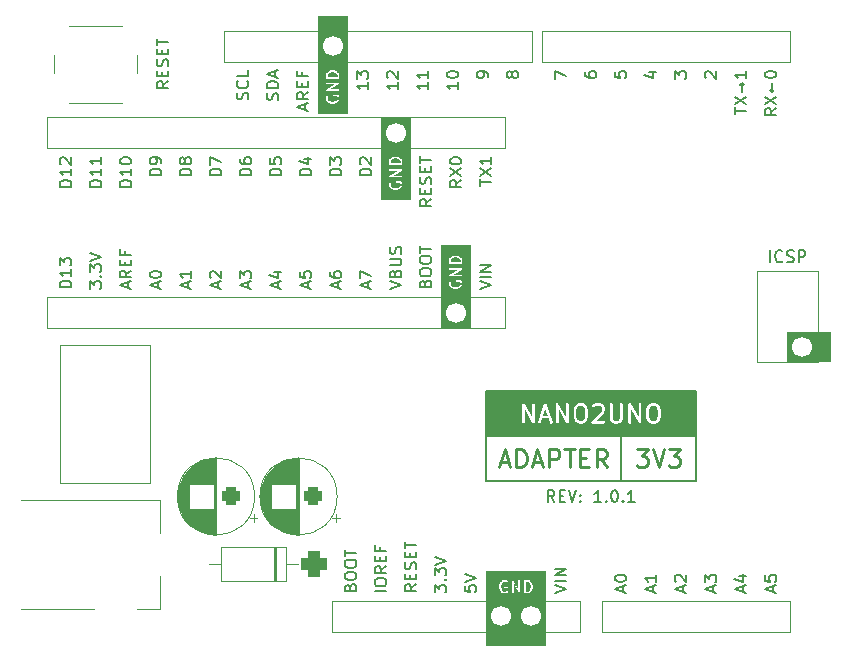
<source format=gbr>
%TF.GenerationSoftware,KiCad,Pcbnew,7.0.1*%
%TF.CreationDate,2023-12-31T00:25:30-05:00*%
%TF.ProjectId,Nano2UNO-Adapter-3V3,4e616e6f-3255-44e4-9f2d-416461707465,1.0.1*%
%TF.SameCoordinates,PX6486dd0PY8062360*%
%TF.FileFunction,Legend,Top*%
%TF.FilePolarity,Positive*%
%FSLAX46Y46*%
G04 Gerber Fmt 4.6, Leading zero omitted, Abs format (unit mm)*
G04 Created by KiCad (PCBNEW 7.0.1) date 2023-12-31 00:25:30*
%MOMM*%
%LPD*%
G01*
G04 APERTURE LIST*
G04 Aperture macros list*
%AMRoundRect*
0 Rectangle with rounded corners*
0 $1 Rounding radius*
0 $2 $3 $4 $5 $6 $7 $8 $9 X,Y pos of 4 corners*
0 Add a 4 corners polygon primitive as box body*
4,1,4,$2,$3,$4,$5,$6,$7,$8,$9,$2,$3,0*
0 Add four circle primitives for the rounded corners*
1,1,$1+$1,$2,$3*
1,1,$1+$1,$4,$5*
1,1,$1+$1,$6,$7*
1,1,$1+$1,$8,$9*
0 Add four rect primitives between the rounded corners*
20,1,$1+$1,$2,$3,$4,$5,0*
20,1,$1+$1,$4,$5,$6,$7,0*
20,1,$1+$1,$6,$7,$8,$9,0*
20,1,$1+$1,$8,$9,$2,$3,0*%
G04 Aperture macros list end*
%ADD10C,0.150000*%
%ADD11C,0.225000*%
%ADD12C,0.120000*%
%ADD13C,1.700000*%
%ADD14RoundRect,0.550000X0.550000X0.550000X-0.550000X0.550000X-0.550000X-0.550000X0.550000X-0.550000X0*%
%ADD15O,2.200000X2.200000*%
%ADD16RoundRect,0.400000X0.400000X0.400000X-0.400000X0.400000X-0.400000X-0.400000X0.400000X-0.400000X0*%
%ADD17C,1.600000*%
%ADD18C,3.200000*%
%ADD19C,2.600000*%
%ADD20O,2.300000X1.500000*%
%ADD21C,2.000000*%
G04 APERTURE END LIST*
D10*
X39370000Y21590000D02*
X57150000Y21590000D01*
X57150000Y13970000D01*
X39370000Y13970000D01*
X39370000Y21590000D01*
X50800000Y17780000D02*
X50800000Y13970000D01*
X39370000Y17780000D02*
X57150000Y17780000D01*
D11*
X40585000Y15609643D02*
X41299286Y15609643D01*
X40442143Y15181072D02*
X40942143Y16681072D01*
X40942143Y16681072D02*
X41442143Y15181072D01*
X41942142Y15181072D02*
X41942142Y16681072D01*
X41942142Y16681072D02*
X42299285Y16681072D01*
X42299285Y16681072D02*
X42513571Y16609643D01*
X42513571Y16609643D02*
X42656428Y16466786D01*
X42656428Y16466786D02*
X42727857Y16323929D01*
X42727857Y16323929D02*
X42799285Y16038215D01*
X42799285Y16038215D02*
X42799285Y15823929D01*
X42799285Y15823929D02*
X42727857Y15538215D01*
X42727857Y15538215D02*
X42656428Y15395358D01*
X42656428Y15395358D02*
X42513571Y15252500D01*
X42513571Y15252500D02*
X42299285Y15181072D01*
X42299285Y15181072D02*
X41942142Y15181072D01*
X43370714Y15609643D02*
X44085000Y15609643D01*
X43227857Y15181072D02*
X43727857Y16681072D01*
X43727857Y16681072D02*
X44227857Y15181072D01*
X44727856Y15181072D02*
X44727856Y16681072D01*
X44727856Y16681072D02*
X45299285Y16681072D01*
X45299285Y16681072D02*
X45442142Y16609643D01*
X45442142Y16609643D02*
X45513571Y16538215D01*
X45513571Y16538215D02*
X45584999Y16395358D01*
X45584999Y16395358D02*
X45584999Y16181072D01*
X45584999Y16181072D02*
X45513571Y16038215D01*
X45513571Y16038215D02*
X45442142Y15966786D01*
X45442142Y15966786D02*
X45299285Y15895358D01*
X45299285Y15895358D02*
X44727856Y15895358D01*
X46013571Y16681072D02*
X46870714Y16681072D01*
X46442142Y15181072D02*
X46442142Y16681072D01*
X47370713Y15966786D02*
X47870713Y15966786D01*
X48084999Y15181072D02*
X47370713Y15181072D01*
X47370713Y15181072D02*
X47370713Y16681072D01*
X47370713Y16681072D02*
X48084999Y16681072D01*
X49584999Y15181072D02*
X49084999Y15895358D01*
X48727856Y15181072D02*
X48727856Y16681072D01*
X48727856Y16681072D02*
X49299285Y16681072D01*
X49299285Y16681072D02*
X49442142Y16609643D01*
X49442142Y16609643D02*
X49513571Y16538215D01*
X49513571Y16538215D02*
X49584999Y16395358D01*
X49584999Y16395358D02*
X49584999Y16181072D01*
X49584999Y16181072D02*
X49513571Y16038215D01*
X49513571Y16038215D02*
X49442142Y15966786D01*
X49442142Y15966786D02*
X49299285Y15895358D01*
X49299285Y15895358D02*
X48727856Y15895358D01*
D10*
X45164762Y12237381D02*
X44831429Y12713572D01*
X44593334Y12237381D02*
X44593334Y13237381D01*
X44593334Y13237381D02*
X44974286Y13237381D01*
X44974286Y13237381D02*
X45069524Y13189762D01*
X45069524Y13189762D02*
X45117143Y13142143D01*
X45117143Y13142143D02*
X45164762Y13046905D01*
X45164762Y13046905D02*
X45164762Y12904048D01*
X45164762Y12904048D02*
X45117143Y12808810D01*
X45117143Y12808810D02*
X45069524Y12761191D01*
X45069524Y12761191D02*
X44974286Y12713572D01*
X44974286Y12713572D02*
X44593334Y12713572D01*
X45593334Y12761191D02*
X45926667Y12761191D01*
X46069524Y12237381D02*
X45593334Y12237381D01*
X45593334Y12237381D02*
X45593334Y13237381D01*
X45593334Y13237381D02*
X46069524Y13237381D01*
X46355239Y13237381D02*
X46688572Y12237381D01*
X46688572Y12237381D02*
X47021905Y13237381D01*
X47355239Y12332620D02*
X47402858Y12285000D01*
X47402858Y12285000D02*
X47355239Y12237381D01*
X47355239Y12237381D02*
X47307620Y12285000D01*
X47307620Y12285000D02*
X47355239Y12332620D01*
X47355239Y12332620D02*
X47355239Y12237381D01*
X47355239Y12856429D02*
X47402858Y12808810D01*
X47402858Y12808810D02*
X47355239Y12761191D01*
X47355239Y12761191D02*
X47307620Y12808810D01*
X47307620Y12808810D02*
X47355239Y12856429D01*
X47355239Y12856429D02*
X47355239Y12761191D01*
X49117143Y12237381D02*
X48545715Y12237381D01*
X48831429Y12237381D02*
X48831429Y13237381D01*
X48831429Y13237381D02*
X48736191Y13094524D01*
X48736191Y13094524D02*
X48640953Y12999286D01*
X48640953Y12999286D02*
X48545715Y12951667D01*
X49545715Y12332620D02*
X49593334Y12285000D01*
X49593334Y12285000D02*
X49545715Y12237381D01*
X49545715Y12237381D02*
X49498096Y12285000D01*
X49498096Y12285000D02*
X49545715Y12332620D01*
X49545715Y12332620D02*
X49545715Y12237381D01*
X50212381Y13237381D02*
X50307619Y13237381D01*
X50307619Y13237381D02*
X50402857Y13189762D01*
X50402857Y13189762D02*
X50450476Y13142143D01*
X50450476Y13142143D02*
X50498095Y13046905D01*
X50498095Y13046905D02*
X50545714Y12856429D01*
X50545714Y12856429D02*
X50545714Y12618334D01*
X50545714Y12618334D02*
X50498095Y12427858D01*
X50498095Y12427858D02*
X50450476Y12332620D01*
X50450476Y12332620D02*
X50402857Y12285000D01*
X50402857Y12285000D02*
X50307619Y12237381D01*
X50307619Y12237381D02*
X50212381Y12237381D01*
X50212381Y12237381D02*
X50117143Y12285000D01*
X50117143Y12285000D02*
X50069524Y12332620D01*
X50069524Y12332620D02*
X50021905Y12427858D01*
X50021905Y12427858D02*
X49974286Y12618334D01*
X49974286Y12618334D02*
X49974286Y12856429D01*
X49974286Y12856429D02*
X50021905Y13046905D01*
X50021905Y13046905D02*
X50069524Y13142143D01*
X50069524Y13142143D02*
X50117143Y13189762D01*
X50117143Y13189762D02*
X50212381Y13237381D01*
X50974286Y12332620D02*
X51021905Y12285000D01*
X51021905Y12285000D02*
X50974286Y12237381D01*
X50974286Y12237381D02*
X50926667Y12285000D01*
X50926667Y12285000D02*
X50974286Y12332620D01*
X50974286Y12332620D02*
X50974286Y12237381D01*
X51974285Y12237381D02*
X51402857Y12237381D01*
X51688571Y12237381D02*
X51688571Y13237381D01*
X51688571Y13237381D02*
X51593333Y13094524D01*
X51593333Y13094524D02*
X51498095Y12999286D01*
X51498095Y12999286D02*
X51402857Y12951667D01*
D11*
G36*
X44603915Y19532143D02*
G01*
X44201799Y19532143D01*
X44402857Y20135316D01*
X44603915Y19532143D01*
G37*
G36*
X53764788Y20327185D02*
G01*
X53872702Y20219271D01*
X53933215Y19977224D01*
X53933215Y19504921D01*
X53872702Y19262873D01*
X53764789Y19154960D01*
X53662014Y19103572D01*
X53429415Y19103572D01*
X53326641Y19154959D01*
X53218726Y19262874D01*
X53158215Y19504920D01*
X53158215Y19977224D01*
X53218726Y20219271D01*
X53326640Y20327185D01*
X53429416Y20378572D01*
X53662014Y20378572D01*
X53764788Y20327185D01*
G37*
G36*
X47621930Y20327185D02*
G01*
X47729844Y20219271D01*
X47790357Y19977224D01*
X47790357Y19504921D01*
X47729844Y19262873D01*
X47621931Y19154960D01*
X47519156Y19103572D01*
X47286557Y19103572D01*
X47183783Y19154959D01*
X47075868Y19262874D01*
X47015357Y19504920D01*
X47015357Y19977224D01*
X47075868Y20219271D01*
X47183782Y20327185D01*
X47286558Y20378572D01*
X47519156Y20378572D01*
X47621930Y20327185D01*
G37*
G36*
X55014466Y18101964D02*
G01*
X41505535Y18101964D01*
X41505535Y20463937D01*
X42431647Y20463937D01*
X42433213Y20461196D01*
X42433213Y18974898D01*
X42447077Y18927682D01*
X42497006Y18884419D01*
X42562399Y18875016D01*
X42622495Y18902461D01*
X42658213Y18958039D01*
X42658213Y20067446D01*
X43298632Y18946712D01*
X43304220Y18927682D01*
X43326965Y18907974D01*
X43348666Y18887097D01*
X43351763Y18886486D01*
X43354149Y18884419D01*
X43383949Y18880134D01*
X43413481Y18874306D01*
X43416415Y18875466D01*
X43419542Y18875016D01*
X43446931Y18887525D01*
X43474924Y18898586D01*
X43476766Y18901150D01*
X43479638Y18902461D01*
X43495910Y18927781D01*
X43513485Y18952230D01*
X43513649Y18955384D01*
X43515356Y18958039D01*
X43515356Y18962126D01*
X43789237Y18962126D01*
X43822923Y18905295D01*
X43881987Y18875695D01*
X43947678Y18882728D01*
X43999138Y18924159D01*
X44126799Y19307143D01*
X44678915Y19307143D01*
X44801245Y18940152D01*
X44829328Y18899743D01*
X44890376Y18874489D01*
X44955387Y18886248D01*
X45003720Y18931289D01*
X45020030Y18995310D01*
X44875142Y19429974D01*
X44876056Y19436329D01*
X44864829Y19460913D01*
X44530487Y20463937D01*
X45288790Y20463937D01*
X45290356Y20461196D01*
X45290356Y18974898D01*
X45304220Y18927682D01*
X45354149Y18884419D01*
X45419542Y18875016D01*
X45479638Y18902461D01*
X45515356Y18958039D01*
X45515356Y20067446D01*
X46155775Y18946712D01*
X46161363Y18927682D01*
X46184108Y18907974D01*
X46205809Y18887097D01*
X46208906Y18886486D01*
X46211292Y18884419D01*
X46241092Y18880134D01*
X46270624Y18874306D01*
X46273558Y18875466D01*
X46276685Y18875016D01*
X46304074Y18887525D01*
X46332067Y18898586D01*
X46333909Y18901150D01*
X46336781Y18902461D01*
X46353053Y18927781D01*
X46370628Y18952230D01*
X46370792Y18955384D01*
X46372499Y18958039D01*
X46372499Y18988146D01*
X46374065Y19018207D01*
X46372499Y19020948D01*
X46372499Y19495834D01*
X46785704Y19495834D01*
X46790357Y19477222D01*
X46790357Y19474898D01*
X46794267Y19461582D01*
X46864721Y19179765D01*
X46871378Y19149166D01*
X46884545Y19135999D01*
X46893968Y19119938D01*
X46907425Y19113119D01*
X47027620Y18992924D01*
X47037286Y18976650D01*
X47065017Y18962785D01*
X47092221Y18947930D01*
X47094412Y18948087D01*
X47204277Y18893155D01*
X47226967Y18878572D01*
X47249958Y18878572D01*
X47272587Y18874500D01*
X47282404Y18878572D01*
X47539658Y18878572D01*
X47566480Y18875676D01*
X47587046Y18885960D01*
X47609104Y18892436D01*
X47616063Y18900468D01*
X47726267Y18955570D01*
X47744763Y18959593D01*
X47759555Y18974386D01*
X48286801Y18974386D01*
X48292092Y18962800D01*
X48293001Y18950098D01*
X48305547Y18933338D01*
X48314246Y18914290D01*
X48324959Y18907405D01*
X48332592Y18897209D01*
X48352210Y18889892D01*
X48369824Y18878572D01*
X48382559Y18878572D01*
X48394493Y18874121D01*
X48414953Y18878572D01*
X49347603Y18878572D01*
X49394819Y18892436D01*
X49438082Y18942365D01*
X49447485Y19007758D01*
X49420040Y19067854D01*
X49364462Y19103572D01*
X48674456Y19103572D01*
X48826904Y19256020D01*
X49858889Y19256020D01*
X49869172Y19235454D01*
X49875649Y19213396D01*
X49883680Y19206437D01*
X49938783Y19096232D01*
X49942807Y19077737D01*
X49964730Y19055814D01*
X49985840Y19033120D01*
X49987968Y19032576D01*
X50027620Y18992924D01*
X50037286Y18976650D01*
X50065013Y18962787D01*
X50092220Y18947930D01*
X50094412Y18948087D01*
X50204277Y18893155D01*
X50226967Y18878572D01*
X50249958Y18878572D01*
X50272587Y18874500D01*
X50282404Y18878572D01*
X50539658Y18878572D01*
X50566480Y18875676D01*
X50587046Y18885960D01*
X50609104Y18892436D01*
X50616063Y18900468D01*
X50726267Y18955570D01*
X50744763Y18959593D01*
X50766686Y18981517D01*
X50789380Y19002626D01*
X50789924Y19004755D01*
X50829576Y19044407D01*
X50845850Y19054072D01*
X50859713Y19081800D01*
X50874570Y19109006D01*
X50874413Y19111199D01*
X50929345Y19221064D01*
X50943928Y19243753D01*
X50943928Y19266744D01*
X50948000Y19289373D01*
X50943928Y19299190D01*
X50943928Y20463937D01*
X51431648Y20463937D01*
X51433214Y20461196D01*
X51433214Y18974898D01*
X51447078Y18927682D01*
X51497007Y18884419D01*
X51562400Y18875016D01*
X51622496Y18902461D01*
X51658214Y18958039D01*
X51658214Y20067446D01*
X52298633Y18946712D01*
X52304221Y18927682D01*
X52326966Y18907974D01*
X52348667Y18887097D01*
X52351764Y18886486D01*
X52354150Y18884419D01*
X52383950Y18880134D01*
X52413482Y18874306D01*
X52416416Y18875466D01*
X52419543Y18875016D01*
X52446932Y18887525D01*
X52474925Y18898586D01*
X52476767Y18901150D01*
X52479639Y18902461D01*
X52495911Y18927781D01*
X52513486Y18952230D01*
X52513650Y18955384D01*
X52515357Y18958039D01*
X52515357Y18988146D01*
X52516923Y19018207D01*
X52515357Y19020948D01*
X52515357Y19495834D01*
X52928562Y19495834D01*
X52933215Y19477222D01*
X52933215Y19474898D01*
X52937125Y19461582D01*
X53007579Y19179765D01*
X53014236Y19149166D01*
X53027403Y19135999D01*
X53036826Y19119938D01*
X53050283Y19113119D01*
X53170478Y18992924D01*
X53180144Y18976650D01*
X53207875Y18962785D01*
X53235079Y18947930D01*
X53237270Y18948087D01*
X53347135Y18893155D01*
X53369825Y18878572D01*
X53392816Y18878572D01*
X53415445Y18874500D01*
X53425262Y18878572D01*
X53682516Y18878572D01*
X53709338Y18875676D01*
X53729904Y18885960D01*
X53751962Y18892436D01*
X53758921Y18900468D01*
X53869125Y18955570D01*
X53887621Y18959593D01*
X53909541Y18981514D01*
X53932238Y19002626D01*
X53932782Y19004755D01*
X54052599Y19124573D01*
X54075415Y19146026D01*
X54079931Y19164093D01*
X54088856Y19180436D01*
X54087779Y19195484D01*
X54150366Y19445826D01*
X54158215Y19458039D01*
X54158215Y19477221D01*
X54158779Y19479477D01*
X54158215Y19493350D01*
X54158215Y19972557D01*
X54162868Y19986311D01*
X54158215Y20004923D01*
X54158215Y20007246D01*
X54154305Y20020560D01*
X54083843Y20302404D01*
X54077193Y20332978D01*
X54064025Y20346146D01*
X54054603Y20362206D01*
X54041146Y20369025D01*
X53920951Y20489220D01*
X53911286Y20505493D01*
X53883558Y20519357D01*
X53856352Y20534213D01*
X53854159Y20534057D01*
X53744302Y20588986D01*
X53721605Y20603572D01*
X53698612Y20603572D01*
X53675986Y20607644D01*
X53666168Y20603572D01*
X53408914Y20603572D01*
X53382092Y20606468D01*
X53361525Y20596185D01*
X53339468Y20589708D01*
X53332508Y20581677D01*
X53222304Y20526574D01*
X53203810Y20522551D01*
X53181883Y20500625D01*
X53159192Y20479517D01*
X53158647Y20477390D01*
X53038808Y20357551D01*
X53016014Y20336118D01*
X53011497Y20318054D01*
X53002573Y20301709D01*
X53003649Y20286661D01*
X52941064Y20036319D01*
X52933215Y20024105D01*
X52933215Y20004922D01*
X52932651Y20002666D01*
X52933215Y19988793D01*
X52933215Y19509588D01*
X52928562Y19495834D01*
X52515357Y19495834D01*
X52515357Y20507246D01*
X52501493Y20554462D01*
X52451564Y20597725D01*
X52386171Y20607128D01*
X52326075Y20579683D01*
X52290357Y20524105D01*
X52290357Y19414698D01*
X51649937Y20535433D01*
X51644350Y20554462D01*
X51621604Y20574171D01*
X51599904Y20595047D01*
X51596806Y20595659D01*
X51594421Y20597725D01*
X51564620Y20602011D01*
X51535089Y20607838D01*
X51532154Y20606679D01*
X51529028Y20607128D01*
X51501635Y20594619D01*
X51473647Y20583558D01*
X51471804Y20580995D01*
X51468932Y20579683D01*
X51452652Y20554353D01*
X51435085Y20529913D01*
X51434920Y20526761D01*
X51433214Y20524105D01*
X51433214Y20493998D01*
X51431648Y20463937D01*
X50943928Y20463937D01*
X50943928Y20507246D01*
X50930064Y20554462D01*
X50880135Y20597725D01*
X50814742Y20607128D01*
X50754646Y20579683D01*
X50718928Y20524105D01*
X50718928Y19303343D01*
X50667541Y19200570D01*
X50621930Y19154959D01*
X50519156Y19103572D01*
X50286557Y19103572D01*
X50183783Y19154959D01*
X50138172Y19200570D01*
X50086785Y19303344D01*
X50086785Y20507246D01*
X50072921Y20554462D01*
X50022992Y20597725D01*
X49957599Y20607128D01*
X49897503Y20579683D01*
X49861785Y20524105D01*
X49861785Y19282842D01*
X49858889Y19256020D01*
X48826904Y19256020D01*
X49335265Y19764382D01*
X49356281Y19781301D01*
X49363552Y19803116D01*
X49374570Y19823292D01*
X49373811Y19833893D01*
X49433694Y20013543D01*
X49443929Y20029467D01*
X49443929Y20060485D01*
X49445049Y20091445D01*
X49443929Y20093335D01*
X49443929Y20199302D01*
X49446825Y20226124D01*
X49436541Y20246691D01*
X49430065Y20268748D01*
X49422033Y20275708D01*
X49366930Y20385914D01*
X49362907Y20404407D01*
X49340983Y20426331D01*
X49319874Y20449024D01*
X49317745Y20449569D01*
X49278094Y20489220D01*
X49268429Y20505493D01*
X49240703Y20519356D01*
X49213495Y20534213D01*
X49211302Y20534057D01*
X49101443Y20588986D01*
X49078747Y20603572D01*
X49055754Y20603572D01*
X49033128Y20607644D01*
X49023310Y20603572D01*
X48694628Y20603572D01*
X48667806Y20606468D01*
X48647239Y20596185D01*
X48625182Y20589708D01*
X48618222Y20581677D01*
X48508016Y20526574D01*
X48489522Y20522550D01*
X48467598Y20500627D01*
X48444905Y20479517D01*
X48444360Y20477389D01*
X48383300Y20416328D01*
X48359716Y20373138D01*
X48364430Y20307241D01*
X48404021Y20254352D01*
X48465922Y20231264D01*
X48530478Y20245308D01*
X48612354Y20327184D01*
X48715130Y20378572D01*
X49019157Y20378572D01*
X49121931Y20327185D01*
X49167541Y20281575D01*
X49218929Y20178800D01*
X49218929Y20080756D01*
X49161672Y19908987D01*
X48343610Y19090925D01*
X48339467Y19089708D01*
X48320470Y19067785D01*
X48311871Y19059185D01*
X48309914Y19055603D01*
X48296204Y19039779D01*
X48294391Y19027175D01*
X48288287Y19015995D01*
X48289781Y18995111D01*
X48286801Y18974386D01*
X47759555Y18974386D01*
X47766683Y18981514D01*
X47789380Y19002626D01*
X47789924Y19004755D01*
X47909741Y19124573D01*
X47932557Y19146026D01*
X47937073Y19164093D01*
X47945998Y19180436D01*
X47944921Y19195484D01*
X48007508Y19445826D01*
X48015357Y19458039D01*
X48015357Y19477221D01*
X48015921Y19479477D01*
X48015357Y19493350D01*
X48015357Y19972557D01*
X48020010Y19986311D01*
X48015357Y20004923D01*
X48015357Y20007246D01*
X48011447Y20020560D01*
X47940985Y20302404D01*
X47934335Y20332978D01*
X47921167Y20346146D01*
X47911745Y20362206D01*
X47898288Y20369025D01*
X47778093Y20489220D01*
X47768428Y20505493D01*
X47740700Y20519357D01*
X47713494Y20534213D01*
X47711301Y20534057D01*
X47601444Y20588986D01*
X47578747Y20603572D01*
X47555754Y20603572D01*
X47533128Y20607644D01*
X47523310Y20603572D01*
X47266056Y20603572D01*
X47239234Y20606468D01*
X47218667Y20596185D01*
X47196610Y20589708D01*
X47189650Y20581677D01*
X47079446Y20526574D01*
X47060952Y20522551D01*
X47039025Y20500625D01*
X47016334Y20479517D01*
X47015789Y20477390D01*
X46895950Y20357551D01*
X46873156Y20336118D01*
X46868639Y20318054D01*
X46859715Y20301709D01*
X46860791Y20286661D01*
X46798206Y20036319D01*
X46790357Y20024105D01*
X46790357Y20004922D01*
X46789793Y20002666D01*
X46790357Y19988793D01*
X46790357Y19509588D01*
X46785704Y19495834D01*
X46372499Y19495834D01*
X46372499Y20507246D01*
X46358635Y20554462D01*
X46308706Y20597725D01*
X46243313Y20607128D01*
X46183217Y20579683D01*
X46147499Y20524105D01*
X46147499Y19414698D01*
X45507079Y20535433D01*
X45501492Y20554462D01*
X45478746Y20574171D01*
X45457046Y20595047D01*
X45453948Y20595659D01*
X45451563Y20597725D01*
X45421762Y20602011D01*
X45392231Y20607838D01*
X45389296Y20606679D01*
X45386170Y20607128D01*
X45358777Y20594619D01*
X45330789Y20583558D01*
X45328946Y20580995D01*
X45326074Y20579683D01*
X45309794Y20554353D01*
X45292227Y20529913D01*
X45292062Y20526761D01*
X45290356Y20524105D01*
X45290356Y20493998D01*
X45288790Y20463937D01*
X44530487Y20463937D01*
X44516018Y20507343D01*
X44516477Y20520018D01*
X44505775Y20538073D01*
X44504469Y20541992D01*
X44497559Y20551935D01*
X44482791Y20576850D01*
X44478881Y20578810D01*
X44476386Y20582400D01*
X44449628Y20593470D01*
X44423727Y20606449D01*
X44419376Y20605984D01*
X44415338Y20607654D01*
X44386846Y20602502D01*
X44358037Y20599417D01*
X44354630Y20596675D01*
X44350327Y20595896D01*
X44329140Y20576153D01*
X44306576Y20557986D01*
X44305192Y20553836D01*
X44301994Y20550855D01*
X44294844Y20522793D01*
X43946053Y19476421D01*
X43939061Y19468350D01*
X43935796Y19445650D01*
X43791015Y19011304D01*
X43789237Y18962126D01*
X43515356Y18962126D01*
X43515356Y18988146D01*
X43516922Y19018207D01*
X43515356Y19020948D01*
X43515356Y20507246D01*
X43501492Y20554462D01*
X43451563Y20597725D01*
X43386170Y20607128D01*
X43326074Y20579683D01*
X43290356Y20524105D01*
X43290356Y19414698D01*
X42649936Y20535433D01*
X42644349Y20554462D01*
X42621603Y20574171D01*
X42599903Y20595047D01*
X42596805Y20595659D01*
X42594420Y20597725D01*
X42564619Y20602011D01*
X42535088Y20607838D01*
X42532153Y20606679D01*
X42529027Y20607128D01*
X42501634Y20594619D01*
X42473646Y20583558D01*
X42471803Y20580995D01*
X42468931Y20579683D01*
X42452651Y20554353D01*
X42435084Y20529913D01*
X42434919Y20526761D01*
X42433213Y20524105D01*
X42433213Y20493998D01*
X42431647Y20463937D01*
X41505535Y20463937D01*
X41505535Y21268036D01*
X55014466Y21268036D01*
X55014466Y18101964D01*
G37*
X52117857Y16681072D02*
X53046429Y16681072D01*
X53046429Y16681072D02*
X52546429Y16109643D01*
X52546429Y16109643D02*
X52760714Y16109643D01*
X52760714Y16109643D02*
X52903572Y16038215D01*
X52903572Y16038215D02*
X52975000Y15966786D01*
X52975000Y15966786D02*
X53046429Y15823929D01*
X53046429Y15823929D02*
X53046429Y15466786D01*
X53046429Y15466786D02*
X52975000Y15323929D01*
X52975000Y15323929D02*
X52903572Y15252500D01*
X52903572Y15252500D02*
X52760714Y15181072D01*
X52760714Y15181072D02*
X52332143Y15181072D01*
X52332143Y15181072D02*
X52189286Y15252500D01*
X52189286Y15252500D02*
X52117857Y15323929D01*
X53475000Y16681072D02*
X53975000Y15181072D01*
X53975000Y15181072D02*
X54475000Y16681072D01*
X54832142Y16681072D02*
X55760714Y16681072D01*
X55760714Y16681072D02*
X55260714Y16109643D01*
X55260714Y16109643D02*
X55474999Y16109643D01*
X55474999Y16109643D02*
X55617857Y16038215D01*
X55617857Y16038215D02*
X55689285Y15966786D01*
X55689285Y15966786D02*
X55760714Y15823929D01*
X55760714Y15823929D02*
X55760714Y15466786D01*
X55760714Y15466786D02*
X55689285Y15323929D01*
X55689285Y15323929D02*
X55617857Y15252500D01*
X55617857Y15252500D02*
X55474999Y15181072D01*
X55474999Y15181072D02*
X55046428Y15181072D01*
X55046428Y15181072D02*
X54903571Y15252500D01*
X54903571Y15252500D02*
X54832142Y15323929D01*
D10*
%TO.C,J3*%
X45182619Y4540239D02*
X46182619Y4873572D01*
X46182619Y4873572D02*
X45182619Y5206905D01*
X46182619Y5540239D02*
X45182619Y5540239D01*
X46182619Y6016429D02*
X45182619Y6016429D01*
X45182619Y6016429D02*
X46182619Y6587857D01*
X46182619Y6587857D02*
X45182619Y6587857D01*
G36*
X43012343Y5454210D02*
G01*
X43086455Y5380098D01*
X43124949Y5303112D01*
X43168333Y5129576D01*
X43168333Y5005187D01*
X43124949Y4831655D01*
X43086455Y4754666D01*
X43012343Y4680553D01*
X42897828Y4642381D01*
X42746905Y4642381D01*
X42746905Y5492381D01*
X42897830Y5492381D01*
X43012343Y5454210D01*
G37*
G36*
X43889167Y4077143D02*
G01*
X39930834Y4077143D01*
X39930834Y4999127D01*
X40498565Y4999127D01*
X40501667Y4986719D01*
X40501667Y4985171D01*
X40504271Y4976302D01*
X40548285Y4800247D01*
X40547355Y4791633D01*
X40553521Y4779300D01*
X40554140Y4776827D01*
X40558322Y4769700D01*
X40600617Y4685110D01*
X40603300Y4672778D01*
X40617929Y4658149D01*
X40631989Y4643033D01*
X40633407Y4642671D01*
X40711255Y4564822D01*
X40722534Y4550813D01*
X40737075Y4545966D01*
X40750528Y4538620D01*
X40757596Y4539126D01*
X40877363Y4499203D01*
X40887978Y4492381D01*
X40908657Y4492381D01*
X40929297Y4491635D01*
X40930556Y4492381D01*
X40995836Y4492381D01*
X41008063Y4489266D01*
X41027675Y4495804D01*
X41047498Y4501624D01*
X41048456Y4502731D01*
X41167980Y4542572D01*
X41185557Y4546395D01*
X41196398Y4557238D01*
X41208980Y4565981D01*
X41211687Y4572527D01*
X41239178Y4600020D01*
X41246902Y4603546D01*
X41254450Y4615292D01*
X41256371Y4617212D01*
X41260250Y4624317D01*
X41270714Y4640598D01*
X41270714Y4643479D01*
X41272094Y4646006D01*
X41270714Y4665295D01*
X41270714Y4990593D01*
X41273084Y5007077D01*
X41266164Y5022230D01*
X41261471Y5038213D01*
X41257158Y5041950D01*
X41254788Y5047141D01*
X41240771Y5056149D01*
X41228185Y5067055D01*
X41222538Y5067867D01*
X41217736Y5070953D01*
X41201074Y5070953D01*
X41184590Y5073323D01*
X41179400Y5070953D01*
X40994456Y5070953D01*
X40962978Y5061710D01*
X40934136Y5028424D01*
X40927868Y4984829D01*
X40946164Y4944765D01*
X40983216Y4920953D01*
X41120714Y4920953D01*
X41120714Y4693685D01*
X41107581Y4680553D01*
X40993066Y4642381D01*
X40922170Y4642381D01*
X40807655Y4680553D01*
X40733543Y4754667D01*
X40695050Y4831653D01*
X40651667Y5005187D01*
X40651667Y5129575D01*
X40695050Y5303109D01*
X40733545Y5380098D01*
X40807656Y5454210D01*
X40922171Y5492381D01*
X41035151Y5492381D01*
X41124197Y5447858D01*
X41156486Y5442048D01*
X41197169Y5458921D01*
X41222271Y5495111D01*
X41223824Y5539127D01*
X41217787Y5549291D01*
X41548242Y5549291D01*
X41549286Y5547464D01*
X41549286Y4556599D01*
X41558529Y4525121D01*
X41591815Y4496279D01*
X41635410Y4490011D01*
X41675474Y4508307D01*
X41699286Y4545359D01*
X41699286Y5284964D01*
X42126232Y4537807D01*
X42129957Y4525121D01*
X42145120Y4511982D01*
X42159588Y4498064D01*
X42161653Y4497657D01*
X42163243Y4496279D01*
X42183103Y4493424D01*
X42202798Y4489537D01*
X42204755Y4490311D01*
X42206838Y4490011D01*
X42225093Y4498348D01*
X42243759Y4505724D01*
X42244987Y4507433D01*
X42246902Y4508307D01*
X42257752Y4525192D01*
X42269467Y4541487D01*
X42269576Y4543590D01*
X42270714Y4545359D01*
X42270714Y4556257D01*
X42594535Y4556257D01*
X42601454Y4541105D01*
X42606148Y4525121D01*
X42610460Y4521385D01*
X42612831Y4516193D01*
X42626847Y4507186D01*
X42639434Y4496279D01*
X42645080Y4495468D01*
X42649883Y4492381D01*
X42666545Y4492381D01*
X42683029Y4490011D01*
X42688219Y4492381D01*
X42900598Y4492381D01*
X42912825Y4489266D01*
X42932437Y4495804D01*
X42952260Y4501624D01*
X42953218Y4502731D01*
X43072744Y4542573D01*
X43090318Y4546395D01*
X43101158Y4557236D01*
X43113742Y4565981D01*
X43116449Y4572528D01*
X43194479Y4650558D01*
X43205329Y4657001D01*
X43214579Y4675502D01*
X43224475Y4693625D01*
X43224370Y4695085D01*
X43256822Y4759988D01*
X43263134Y4765922D01*
X43266478Y4779300D01*
X43267618Y4781579D01*
X43269081Y4789712D01*
X43313100Y4965790D01*
X43318333Y4973931D01*
X43318333Y4986719D01*
X43318709Y4988223D01*
X43318333Y4997469D01*
X43318333Y5126467D01*
X43321435Y5135636D01*
X43318333Y5148044D01*
X43318333Y5149592D01*
X43315728Y5158462D01*
X43271714Y5334519D01*
X43272644Y5343130D01*
X43266478Y5355461D01*
X43265860Y5357936D01*
X43261672Y5365075D01*
X43219382Y5449655D01*
X43216700Y5461985D01*
X43202080Y5476605D01*
X43188011Y5491730D01*
X43186592Y5492093D01*
X43108743Y5569942D01*
X43097466Y5583949D01*
X43082924Y5588797D01*
X43069472Y5596142D01*
X43062404Y5595637D01*
X42942637Y5635559D01*
X42932022Y5642381D01*
X42911342Y5642381D01*
X42890703Y5643127D01*
X42889444Y5642381D01*
X42677265Y5642381D01*
X42660781Y5644751D01*
X42645628Y5637832D01*
X42629645Y5633138D01*
X42625908Y5628826D01*
X42620717Y5626455D01*
X42611709Y5612439D01*
X42600803Y5599852D01*
X42599991Y5594206D01*
X42596905Y5589403D01*
X42596905Y5572741D01*
X42594535Y5556257D01*
X42596905Y5551067D01*
X42596905Y4572741D01*
X42594535Y4556257D01*
X42270714Y4556257D01*
X42270714Y4565428D01*
X42271758Y4585471D01*
X42270714Y4587298D01*
X42270714Y5578163D01*
X42261471Y5609641D01*
X42228185Y5638483D01*
X42184590Y5644751D01*
X42144526Y5626455D01*
X42120714Y5589403D01*
X42120714Y4849798D01*
X41693767Y5596956D01*
X41690043Y5609641D01*
X41674879Y5622781D01*
X41660412Y5636698D01*
X41658346Y5637106D01*
X41656757Y5638483D01*
X41636896Y5641339D01*
X41617202Y5645225D01*
X41615244Y5644452D01*
X41613162Y5644751D01*
X41594906Y5636415D01*
X41576241Y5629038D01*
X41575012Y5627330D01*
X41573098Y5626455D01*
X41562247Y5609571D01*
X41550533Y5593275D01*
X41550423Y5591173D01*
X41549286Y5589403D01*
X41549286Y5569334D01*
X41548242Y5549291D01*
X41217787Y5549291D01*
X41201333Y5576996D01*
X41090008Y5632658D01*
X41074879Y5642381D01*
X41059549Y5642381D01*
X41044466Y5645095D01*
X41037922Y5642381D01*
X40919402Y5642381D01*
X40907174Y5645496D01*
X40887554Y5638957D01*
X40867740Y5633138D01*
X40866781Y5632032D01*
X40747252Y5592190D01*
X40729682Y5588367D01*
X40718843Y5577529D01*
X40706257Y5568781D01*
X40703548Y5562234D01*
X40625520Y5484206D01*
X40614671Y5477762D01*
X40605420Y5459262D01*
X40595525Y5441139D01*
X40595629Y5439679D01*
X40563177Y5374775D01*
X40556866Y5368840D01*
X40553521Y5355463D01*
X40552382Y5353183D01*
X40550918Y5345051D01*
X40506899Y5168974D01*
X40501667Y5160832D01*
X40501667Y5148044D01*
X40501291Y5146540D01*
X40501667Y5137294D01*
X40501667Y5008296D01*
X40498565Y4999127D01*
X39930834Y4999127D01*
X39930834Y6187857D01*
X43889167Y6187857D01*
X43889167Y4077143D01*
G37*
X30942619Y4683096D02*
X29942619Y4683096D01*
X29942619Y5349762D02*
X29942619Y5540238D01*
X29942619Y5540238D02*
X29990238Y5635476D01*
X29990238Y5635476D02*
X30085476Y5730714D01*
X30085476Y5730714D02*
X30275952Y5778333D01*
X30275952Y5778333D02*
X30609285Y5778333D01*
X30609285Y5778333D02*
X30799761Y5730714D01*
X30799761Y5730714D02*
X30895000Y5635476D01*
X30895000Y5635476D02*
X30942619Y5540238D01*
X30942619Y5540238D02*
X30942619Y5349762D01*
X30942619Y5349762D02*
X30895000Y5254524D01*
X30895000Y5254524D02*
X30799761Y5159286D01*
X30799761Y5159286D02*
X30609285Y5111667D01*
X30609285Y5111667D02*
X30275952Y5111667D01*
X30275952Y5111667D02*
X30085476Y5159286D01*
X30085476Y5159286D02*
X29990238Y5254524D01*
X29990238Y5254524D02*
X29942619Y5349762D01*
X30942619Y6778333D02*
X30466428Y6445000D01*
X30942619Y6206905D02*
X29942619Y6206905D01*
X29942619Y6206905D02*
X29942619Y6587857D01*
X29942619Y6587857D02*
X29990238Y6683095D01*
X29990238Y6683095D02*
X30037857Y6730714D01*
X30037857Y6730714D02*
X30133095Y6778333D01*
X30133095Y6778333D02*
X30275952Y6778333D01*
X30275952Y6778333D02*
X30371190Y6730714D01*
X30371190Y6730714D02*
X30418809Y6683095D01*
X30418809Y6683095D02*
X30466428Y6587857D01*
X30466428Y6587857D02*
X30466428Y6206905D01*
X30418809Y7206905D02*
X30418809Y7540238D01*
X30942619Y7683095D02*
X30942619Y7206905D01*
X30942619Y7206905D02*
X29942619Y7206905D01*
X29942619Y7206905D02*
X29942619Y7683095D01*
X30418809Y8445000D02*
X30418809Y8111667D01*
X30942619Y8111667D02*
X29942619Y8111667D01*
X29942619Y8111667D02*
X29942619Y8587857D01*
X33482619Y5254524D02*
X33006428Y4921191D01*
X33482619Y4683096D02*
X32482619Y4683096D01*
X32482619Y4683096D02*
X32482619Y5064048D01*
X32482619Y5064048D02*
X32530238Y5159286D01*
X32530238Y5159286D02*
X32577857Y5206905D01*
X32577857Y5206905D02*
X32673095Y5254524D01*
X32673095Y5254524D02*
X32815952Y5254524D01*
X32815952Y5254524D02*
X32911190Y5206905D01*
X32911190Y5206905D02*
X32958809Y5159286D01*
X32958809Y5159286D02*
X33006428Y5064048D01*
X33006428Y5064048D02*
X33006428Y4683096D01*
X32958809Y5683096D02*
X32958809Y6016429D01*
X33482619Y6159286D02*
X33482619Y5683096D01*
X33482619Y5683096D02*
X32482619Y5683096D01*
X32482619Y5683096D02*
X32482619Y6159286D01*
X33435000Y6540239D02*
X33482619Y6683096D01*
X33482619Y6683096D02*
X33482619Y6921191D01*
X33482619Y6921191D02*
X33435000Y7016429D01*
X33435000Y7016429D02*
X33387380Y7064048D01*
X33387380Y7064048D02*
X33292142Y7111667D01*
X33292142Y7111667D02*
X33196904Y7111667D01*
X33196904Y7111667D02*
X33101666Y7064048D01*
X33101666Y7064048D02*
X33054047Y7016429D01*
X33054047Y7016429D02*
X33006428Y6921191D01*
X33006428Y6921191D02*
X32958809Y6730715D01*
X32958809Y6730715D02*
X32911190Y6635477D01*
X32911190Y6635477D02*
X32863571Y6587858D01*
X32863571Y6587858D02*
X32768333Y6540239D01*
X32768333Y6540239D02*
X32673095Y6540239D01*
X32673095Y6540239D02*
X32577857Y6587858D01*
X32577857Y6587858D02*
X32530238Y6635477D01*
X32530238Y6635477D02*
X32482619Y6730715D01*
X32482619Y6730715D02*
X32482619Y6968810D01*
X32482619Y6968810D02*
X32530238Y7111667D01*
X32958809Y7540239D02*
X32958809Y7873572D01*
X33482619Y8016429D02*
X33482619Y7540239D01*
X33482619Y7540239D02*
X32482619Y7540239D01*
X32482619Y7540239D02*
X32482619Y8016429D01*
X32482619Y8302144D02*
X32482619Y8873572D01*
X33482619Y8587858D02*
X32482619Y8587858D01*
X35022619Y4587858D02*
X35022619Y5206905D01*
X35022619Y5206905D02*
X35403571Y4873572D01*
X35403571Y4873572D02*
X35403571Y5016429D01*
X35403571Y5016429D02*
X35451190Y5111667D01*
X35451190Y5111667D02*
X35498809Y5159286D01*
X35498809Y5159286D02*
X35594047Y5206905D01*
X35594047Y5206905D02*
X35832142Y5206905D01*
X35832142Y5206905D02*
X35927380Y5159286D01*
X35927380Y5159286D02*
X35975000Y5111667D01*
X35975000Y5111667D02*
X36022619Y5016429D01*
X36022619Y5016429D02*
X36022619Y4730715D01*
X36022619Y4730715D02*
X35975000Y4635477D01*
X35975000Y4635477D02*
X35927380Y4587858D01*
X35927380Y5635477D02*
X35975000Y5683096D01*
X35975000Y5683096D02*
X36022619Y5635477D01*
X36022619Y5635477D02*
X35975000Y5587858D01*
X35975000Y5587858D02*
X35927380Y5635477D01*
X35927380Y5635477D02*
X36022619Y5635477D01*
X35022619Y6016429D02*
X35022619Y6635476D01*
X35022619Y6635476D02*
X35403571Y6302143D01*
X35403571Y6302143D02*
X35403571Y6445000D01*
X35403571Y6445000D02*
X35451190Y6540238D01*
X35451190Y6540238D02*
X35498809Y6587857D01*
X35498809Y6587857D02*
X35594047Y6635476D01*
X35594047Y6635476D02*
X35832142Y6635476D01*
X35832142Y6635476D02*
X35927380Y6587857D01*
X35927380Y6587857D02*
X35975000Y6540238D01*
X35975000Y6540238D02*
X36022619Y6445000D01*
X36022619Y6445000D02*
X36022619Y6159286D01*
X36022619Y6159286D02*
X35975000Y6064048D01*
X35975000Y6064048D02*
X35927380Y6016429D01*
X35022619Y6921191D02*
X36022619Y7254524D01*
X36022619Y7254524D02*
X35022619Y7587857D01*
X27878809Y5016429D02*
X27926428Y5159286D01*
X27926428Y5159286D02*
X27974047Y5206905D01*
X27974047Y5206905D02*
X28069285Y5254524D01*
X28069285Y5254524D02*
X28212142Y5254524D01*
X28212142Y5254524D02*
X28307380Y5206905D01*
X28307380Y5206905D02*
X28355000Y5159286D01*
X28355000Y5159286D02*
X28402619Y5064048D01*
X28402619Y5064048D02*
X28402619Y4683096D01*
X28402619Y4683096D02*
X27402619Y4683096D01*
X27402619Y4683096D02*
X27402619Y5016429D01*
X27402619Y5016429D02*
X27450238Y5111667D01*
X27450238Y5111667D02*
X27497857Y5159286D01*
X27497857Y5159286D02*
X27593095Y5206905D01*
X27593095Y5206905D02*
X27688333Y5206905D01*
X27688333Y5206905D02*
X27783571Y5159286D01*
X27783571Y5159286D02*
X27831190Y5111667D01*
X27831190Y5111667D02*
X27878809Y5016429D01*
X27878809Y5016429D02*
X27878809Y4683096D01*
X27402619Y5873572D02*
X27402619Y6064048D01*
X27402619Y6064048D02*
X27450238Y6159286D01*
X27450238Y6159286D02*
X27545476Y6254524D01*
X27545476Y6254524D02*
X27735952Y6302143D01*
X27735952Y6302143D02*
X28069285Y6302143D01*
X28069285Y6302143D02*
X28259761Y6254524D01*
X28259761Y6254524D02*
X28355000Y6159286D01*
X28355000Y6159286D02*
X28402619Y6064048D01*
X28402619Y6064048D02*
X28402619Y5873572D01*
X28402619Y5873572D02*
X28355000Y5778334D01*
X28355000Y5778334D02*
X28259761Y5683096D01*
X28259761Y5683096D02*
X28069285Y5635477D01*
X28069285Y5635477D02*
X27735952Y5635477D01*
X27735952Y5635477D02*
X27545476Y5683096D01*
X27545476Y5683096D02*
X27450238Y5778334D01*
X27450238Y5778334D02*
X27402619Y5873572D01*
X27402619Y6921191D02*
X27402619Y7111667D01*
X27402619Y7111667D02*
X27450238Y7206905D01*
X27450238Y7206905D02*
X27545476Y7302143D01*
X27545476Y7302143D02*
X27735952Y7349762D01*
X27735952Y7349762D02*
X28069285Y7349762D01*
X28069285Y7349762D02*
X28259761Y7302143D01*
X28259761Y7302143D02*
X28355000Y7206905D01*
X28355000Y7206905D02*
X28402619Y7111667D01*
X28402619Y7111667D02*
X28402619Y6921191D01*
X28402619Y6921191D02*
X28355000Y6825953D01*
X28355000Y6825953D02*
X28259761Y6730715D01*
X28259761Y6730715D02*
X28069285Y6683096D01*
X28069285Y6683096D02*
X27735952Y6683096D01*
X27735952Y6683096D02*
X27545476Y6730715D01*
X27545476Y6730715D02*
X27450238Y6825953D01*
X27450238Y6825953D02*
X27402619Y6921191D01*
X27402619Y7635477D02*
X27402619Y8206905D01*
X28402619Y7921191D02*
X27402619Y7921191D01*
X37562619Y5159286D02*
X37562619Y4683096D01*
X37562619Y4683096D02*
X38038809Y4635477D01*
X38038809Y4635477D02*
X37991190Y4683096D01*
X37991190Y4683096D02*
X37943571Y4778334D01*
X37943571Y4778334D02*
X37943571Y5016429D01*
X37943571Y5016429D02*
X37991190Y5111667D01*
X37991190Y5111667D02*
X38038809Y5159286D01*
X38038809Y5159286D02*
X38134047Y5206905D01*
X38134047Y5206905D02*
X38372142Y5206905D01*
X38372142Y5206905D02*
X38467380Y5159286D01*
X38467380Y5159286D02*
X38515000Y5111667D01*
X38515000Y5111667D02*
X38562619Y5016429D01*
X38562619Y5016429D02*
X38562619Y4778334D01*
X38562619Y4778334D02*
X38515000Y4683096D01*
X38515000Y4683096D02*
X38467380Y4635477D01*
X37562619Y5492620D02*
X38562619Y5825953D01*
X38562619Y5825953D02*
X37562619Y6159286D01*
%TO.C,J4*%
X56056904Y4635477D02*
X56056904Y5111667D01*
X56342619Y4540239D02*
X55342619Y4873572D01*
X55342619Y4873572D02*
X56342619Y5206905D01*
X55437857Y5492620D02*
X55390238Y5540239D01*
X55390238Y5540239D02*
X55342619Y5635477D01*
X55342619Y5635477D02*
X55342619Y5873572D01*
X55342619Y5873572D02*
X55390238Y5968810D01*
X55390238Y5968810D02*
X55437857Y6016429D01*
X55437857Y6016429D02*
X55533095Y6064048D01*
X55533095Y6064048D02*
X55628333Y6064048D01*
X55628333Y6064048D02*
X55771190Y6016429D01*
X55771190Y6016429D02*
X56342619Y5445001D01*
X56342619Y5445001D02*
X56342619Y6064048D01*
X58596904Y4635477D02*
X58596904Y5111667D01*
X58882619Y4540239D02*
X57882619Y4873572D01*
X57882619Y4873572D02*
X58882619Y5206905D01*
X57882619Y5445001D02*
X57882619Y6064048D01*
X57882619Y6064048D02*
X58263571Y5730715D01*
X58263571Y5730715D02*
X58263571Y5873572D01*
X58263571Y5873572D02*
X58311190Y5968810D01*
X58311190Y5968810D02*
X58358809Y6016429D01*
X58358809Y6016429D02*
X58454047Y6064048D01*
X58454047Y6064048D02*
X58692142Y6064048D01*
X58692142Y6064048D02*
X58787380Y6016429D01*
X58787380Y6016429D02*
X58835000Y5968810D01*
X58835000Y5968810D02*
X58882619Y5873572D01*
X58882619Y5873572D02*
X58882619Y5587858D01*
X58882619Y5587858D02*
X58835000Y5492620D01*
X58835000Y5492620D02*
X58787380Y5445001D01*
X63676904Y4635477D02*
X63676904Y5111667D01*
X63962619Y4540239D02*
X62962619Y4873572D01*
X62962619Y4873572D02*
X63962619Y5206905D01*
X62962619Y6016429D02*
X62962619Y5540239D01*
X62962619Y5540239D02*
X63438809Y5492620D01*
X63438809Y5492620D02*
X63391190Y5540239D01*
X63391190Y5540239D02*
X63343571Y5635477D01*
X63343571Y5635477D02*
X63343571Y5873572D01*
X63343571Y5873572D02*
X63391190Y5968810D01*
X63391190Y5968810D02*
X63438809Y6016429D01*
X63438809Y6016429D02*
X63534047Y6064048D01*
X63534047Y6064048D02*
X63772142Y6064048D01*
X63772142Y6064048D02*
X63867380Y6016429D01*
X63867380Y6016429D02*
X63915000Y5968810D01*
X63915000Y5968810D02*
X63962619Y5873572D01*
X63962619Y5873572D02*
X63962619Y5635477D01*
X63962619Y5635477D02*
X63915000Y5540239D01*
X63915000Y5540239D02*
X63867380Y5492620D01*
X50976904Y4635477D02*
X50976904Y5111667D01*
X51262619Y4540239D02*
X50262619Y4873572D01*
X50262619Y4873572D02*
X51262619Y5206905D01*
X50262619Y5730715D02*
X50262619Y5825953D01*
X50262619Y5825953D02*
X50310238Y5921191D01*
X50310238Y5921191D02*
X50357857Y5968810D01*
X50357857Y5968810D02*
X50453095Y6016429D01*
X50453095Y6016429D02*
X50643571Y6064048D01*
X50643571Y6064048D02*
X50881666Y6064048D01*
X50881666Y6064048D02*
X51072142Y6016429D01*
X51072142Y6016429D02*
X51167380Y5968810D01*
X51167380Y5968810D02*
X51215000Y5921191D01*
X51215000Y5921191D02*
X51262619Y5825953D01*
X51262619Y5825953D02*
X51262619Y5730715D01*
X51262619Y5730715D02*
X51215000Y5635477D01*
X51215000Y5635477D02*
X51167380Y5587858D01*
X51167380Y5587858D02*
X51072142Y5540239D01*
X51072142Y5540239D02*
X50881666Y5492620D01*
X50881666Y5492620D02*
X50643571Y5492620D01*
X50643571Y5492620D02*
X50453095Y5540239D01*
X50453095Y5540239D02*
X50357857Y5587858D01*
X50357857Y5587858D02*
X50310238Y5635477D01*
X50310238Y5635477D02*
X50262619Y5730715D01*
X53516904Y4635477D02*
X53516904Y5111667D01*
X53802619Y4540239D02*
X52802619Y4873572D01*
X52802619Y4873572D02*
X53802619Y5206905D01*
X53802619Y6064048D02*
X53802619Y5492620D01*
X53802619Y5778334D02*
X52802619Y5778334D01*
X52802619Y5778334D02*
X52945476Y5683096D01*
X52945476Y5683096D02*
X53040714Y5587858D01*
X53040714Y5587858D02*
X53088333Y5492620D01*
X61136904Y4635477D02*
X61136904Y5111667D01*
X61422619Y4540239D02*
X60422619Y4873572D01*
X60422619Y4873572D02*
X61422619Y5206905D01*
X60755952Y5968810D02*
X61422619Y5968810D01*
X60375000Y5730715D02*
X61089285Y5492620D01*
X61089285Y5492620D02*
X61089285Y6111667D01*
%TO.C,J2*%
X19211000Y46323572D02*
X19258619Y46466429D01*
X19258619Y46466429D02*
X19258619Y46704524D01*
X19258619Y46704524D02*
X19211000Y46799762D01*
X19211000Y46799762D02*
X19163380Y46847381D01*
X19163380Y46847381D02*
X19068142Y46895000D01*
X19068142Y46895000D02*
X18972904Y46895000D01*
X18972904Y46895000D02*
X18877666Y46847381D01*
X18877666Y46847381D02*
X18830047Y46799762D01*
X18830047Y46799762D02*
X18782428Y46704524D01*
X18782428Y46704524D02*
X18734809Y46514048D01*
X18734809Y46514048D02*
X18687190Y46418810D01*
X18687190Y46418810D02*
X18639571Y46371191D01*
X18639571Y46371191D02*
X18544333Y46323572D01*
X18544333Y46323572D02*
X18449095Y46323572D01*
X18449095Y46323572D02*
X18353857Y46371191D01*
X18353857Y46371191D02*
X18306238Y46418810D01*
X18306238Y46418810D02*
X18258619Y46514048D01*
X18258619Y46514048D02*
X18258619Y46752143D01*
X18258619Y46752143D02*
X18306238Y46895000D01*
X19163380Y47895000D02*
X19211000Y47847381D01*
X19211000Y47847381D02*
X19258619Y47704524D01*
X19258619Y47704524D02*
X19258619Y47609286D01*
X19258619Y47609286D02*
X19211000Y47466429D01*
X19211000Y47466429D02*
X19115761Y47371191D01*
X19115761Y47371191D02*
X19020523Y47323572D01*
X19020523Y47323572D02*
X18830047Y47275953D01*
X18830047Y47275953D02*
X18687190Y47275953D01*
X18687190Y47275953D02*
X18496714Y47323572D01*
X18496714Y47323572D02*
X18401476Y47371191D01*
X18401476Y47371191D02*
X18306238Y47466429D01*
X18306238Y47466429D02*
X18258619Y47609286D01*
X18258619Y47609286D02*
X18258619Y47704524D01*
X18258619Y47704524D02*
X18306238Y47847381D01*
X18306238Y47847381D02*
X18353857Y47895000D01*
X19258619Y48799762D02*
X19258619Y48323572D01*
X19258619Y48323572D02*
X18258619Y48323572D01*
X31958619Y47752143D02*
X31958619Y47180715D01*
X31958619Y47466429D02*
X30958619Y47466429D01*
X30958619Y47466429D02*
X31101476Y47371191D01*
X31101476Y47371191D02*
X31196714Y47275953D01*
X31196714Y47275953D02*
X31244333Y47180715D01*
X31053857Y48133096D02*
X31006238Y48180715D01*
X31006238Y48180715D02*
X30958619Y48275953D01*
X30958619Y48275953D02*
X30958619Y48514048D01*
X30958619Y48514048D02*
X31006238Y48609286D01*
X31006238Y48609286D02*
X31053857Y48656905D01*
X31053857Y48656905D02*
X31149095Y48704524D01*
X31149095Y48704524D02*
X31244333Y48704524D01*
X31244333Y48704524D02*
X31387190Y48656905D01*
X31387190Y48656905D02*
X31958619Y48085477D01*
X31958619Y48085477D02*
X31958619Y48704524D01*
X37038619Y47752143D02*
X37038619Y47180715D01*
X37038619Y47466429D02*
X36038619Y47466429D01*
X36038619Y47466429D02*
X36181476Y47371191D01*
X36181476Y47371191D02*
X36276714Y47275953D01*
X36276714Y47275953D02*
X36324333Y47180715D01*
X36038619Y48371191D02*
X36038619Y48466429D01*
X36038619Y48466429D02*
X36086238Y48561667D01*
X36086238Y48561667D02*
X36133857Y48609286D01*
X36133857Y48609286D02*
X36229095Y48656905D01*
X36229095Y48656905D02*
X36419571Y48704524D01*
X36419571Y48704524D02*
X36657666Y48704524D01*
X36657666Y48704524D02*
X36848142Y48656905D01*
X36848142Y48656905D02*
X36943380Y48609286D01*
X36943380Y48609286D02*
X36991000Y48561667D01*
X36991000Y48561667D02*
X37038619Y48466429D01*
X37038619Y48466429D02*
X37038619Y48371191D01*
X37038619Y48371191D02*
X36991000Y48275953D01*
X36991000Y48275953D02*
X36943380Y48228334D01*
X36943380Y48228334D02*
X36848142Y48180715D01*
X36848142Y48180715D02*
X36657666Y48133096D01*
X36657666Y48133096D02*
X36419571Y48133096D01*
X36419571Y48133096D02*
X36229095Y48180715D01*
X36229095Y48180715D02*
X36133857Y48228334D01*
X36133857Y48228334D02*
X36086238Y48275953D01*
X36086238Y48275953D02*
X36038619Y48371191D01*
X34498619Y47752143D02*
X34498619Y47180715D01*
X34498619Y47466429D02*
X33498619Y47466429D01*
X33498619Y47466429D02*
X33641476Y47371191D01*
X33641476Y47371191D02*
X33736714Y47275953D01*
X33736714Y47275953D02*
X33784333Y47180715D01*
X34498619Y48704524D02*
X34498619Y48133096D01*
X34498619Y48418810D02*
X33498619Y48418810D01*
X33498619Y48418810D02*
X33641476Y48323572D01*
X33641476Y48323572D02*
X33736714Y48228334D01*
X33736714Y48228334D02*
X33784333Y48133096D01*
X41547190Y48323572D02*
X41499571Y48228334D01*
X41499571Y48228334D02*
X41451952Y48180715D01*
X41451952Y48180715D02*
X41356714Y48133096D01*
X41356714Y48133096D02*
X41309095Y48133096D01*
X41309095Y48133096D02*
X41213857Y48180715D01*
X41213857Y48180715D02*
X41166238Y48228334D01*
X41166238Y48228334D02*
X41118619Y48323572D01*
X41118619Y48323572D02*
X41118619Y48514048D01*
X41118619Y48514048D02*
X41166238Y48609286D01*
X41166238Y48609286D02*
X41213857Y48656905D01*
X41213857Y48656905D02*
X41309095Y48704524D01*
X41309095Y48704524D02*
X41356714Y48704524D01*
X41356714Y48704524D02*
X41451952Y48656905D01*
X41451952Y48656905D02*
X41499571Y48609286D01*
X41499571Y48609286D02*
X41547190Y48514048D01*
X41547190Y48514048D02*
X41547190Y48323572D01*
X41547190Y48323572D02*
X41594809Y48228334D01*
X41594809Y48228334D02*
X41642428Y48180715D01*
X41642428Y48180715D02*
X41737666Y48133096D01*
X41737666Y48133096D02*
X41928142Y48133096D01*
X41928142Y48133096D02*
X42023380Y48180715D01*
X42023380Y48180715D02*
X42071000Y48228334D01*
X42071000Y48228334D02*
X42118619Y48323572D01*
X42118619Y48323572D02*
X42118619Y48514048D01*
X42118619Y48514048D02*
X42071000Y48609286D01*
X42071000Y48609286D02*
X42023380Y48656905D01*
X42023380Y48656905D02*
X41928142Y48704524D01*
X41928142Y48704524D02*
X41737666Y48704524D01*
X41737666Y48704524D02*
X41642428Y48656905D01*
X41642428Y48656905D02*
X41594809Y48609286D01*
X41594809Y48609286D02*
X41547190Y48514048D01*
X21751000Y46275953D02*
X21798619Y46418810D01*
X21798619Y46418810D02*
X21798619Y46656905D01*
X21798619Y46656905D02*
X21751000Y46752143D01*
X21751000Y46752143D02*
X21703380Y46799762D01*
X21703380Y46799762D02*
X21608142Y46847381D01*
X21608142Y46847381D02*
X21512904Y46847381D01*
X21512904Y46847381D02*
X21417666Y46799762D01*
X21417666Y46799762D02*
X21370047Y46752143D01*
X21370047Y46752143D02*
X21322428Y46656905D01*
X21322428Y46656905D02*
X21274809Y46466429D01*
X21274809Y46466429D02*
X21227190Y46371191D01*
X21227190Y46371191D02*
X21179571Y46323572D01*
X21179571Y46323572D02*
X21084333Y46275953D01*
X21084333Y46275953D02*
X20989095Y46275953D01*
X20989095Y46275953D02*
X20893857Y46323572D01*
X20893857Y46323572D02*
X20846238Y46371191D01*
X20846238Y46371191D02*
X20798619Y46466429D01*
X20798619Y46466429D02*
X20798619Y46704524D01*
X20798619Y46704524D02*
X20846238Y46847381D01*
X21798619Y47275953D02*
X20798619Y47275953D01*
X20798619Y47275953D02*
X20798619Y47514048D01*
X20798619Y47514048D02*
X20846238Y47656905D01*
X20846238Y47656905D02*
X20941476Y47752143D01*
X20941476Y47752143D02*
X21036714Y47799762D01*
X21036714Y47799762D02*
X21227190Y47847381D01*
X21227190Y47847381D02*
X21370047Y47847381D01*
X21370047Y47847381D02*
X21560523Y47799762D01*
X21560523Y47799762D02*
X21655761Y47752143D01*
X21655761Y47752143D02*
X21751000Y47656905D01*
X21751000Y47656905D02*
X21798619Y47514048D01*
X21798619Y47514048D02*
X21798619Y47275953D01*
X21512904Y48228334D02*
X21512904Y48704524D01*
X21798619Y48133096D02*
X20798619Y48466429D01*
X20798619Y48466429D02*
X21798619Y48799762D01*
X29418619Y47752143D02*
X29418619Y47180715D01*
X29418619Y47466429D02*
X28418619Y47466429D01*
X28418619Y47466429D02*
X28561476Y47371191D01*
X28561476Y47371191D02*
X28656714Y47275953D01*
X28656714Y47275953D02*
X28704333Y47180715D01*
X28418619Y48085477D02*
X28418619Y48704524D01*
X28418619Y48704524D02*
X28799571Y48371191D01*
X28799571Y48371191D02*
X28799571Y48514048D01*
X28799571Y48514048D02*
X28847190Y48609286D01*
X28847190Y48609286D02*
X28894809Y48656905D01*
X28894809Y48656905D02*
X28990047Y48704524D01*
X28990047Y48704524D02*
X29228142Y48704524D01*
X29228142Y48704524D02*
X29323380Y48656905D01*
X29323380Y48656905D02*
X29371000Y48609286D01*
X29371000Y48609286D02*
X29418619Y48514048D01*
X29418619Y48514048D02*
X29418619Y48228334D01*
X29418619Y48228334D02*
X29371000Y48133096D01*
X29371000Y48133096D02*
X29323380Y48085477D01*
X24052904Y45466429D02*
X24052904Y45942619D01*
X24338619Y45371191D02*
X23338619Y45704524D01*
X23338619Y45704524D02*
X24338619Y46037857D01*
X24338619Y46942619D02*
X23862428Y46609286D01*
X24338619Y46371191D02*
X23338619Y46371191D01*
X23338619Y46371191D02*
X23338619Y46752143D01*
X23338619Y46752143D02*
X23386238Y46847381D01*
X23386238Y46847381D02*
X23433857Y46895000D01*
X23433857Y46895000D02*
X23529095Y46942619D01*
X23529095Y46942619D02*
X23671952Y46942619D01*
X23671952Y46942619D02*
X23767190Y46895000D01*
X23767190Y46895000D02*
X23814809Y46847381D01*
X23814809Y46847381D02*
X23862428Y46752143D01*
X23862428Y46752143D02*
X23862428Y46371191D01*
X23814809Y47371191D02*
X23814809Y47704524D01*
X24338619Y47847381D02*
X24338619Y47371191D01*
X24338619Y47371191D02*
X23338619Y47371191D01*
X23338619Y47371191D02*
X23338619Y47847381D01*
X23814809Y48609286D02*
X23814809Y48275953D01*
X24338619Y48275953D02*
X23338619Y48275953D01*
X23338619Y48275953D02*
X23338619Y48752143D01*
X39578619Y48228334D02*
X39578619Y48418810D01*
X39578619Y48418810D02*
X39531000Y48514048D01*
X39531000Y48514048D02*
X39483380Y48561667D01*
X39483380Y48561667D02*
X39340523Y48656905D01*
X39340523Y48656905D02*
X39150047Y48704524D01*
X39150047Y48704524D02*
X38769095Y48704524D01*
X38769095Y48704524D02*
X38673857Y48656905D01*
X38673857Y48656905D02*
X38626238Y48609286D01*
X38626238Y48609286D02*
X38578619Y48514048D01*
X38578619Y48514048D02*
X38578619Y48323572D01*
X38578619Y48323572D02*
X38626238Y48228334D01*
X38626238Y48228334D02*
X38673857Y48180715D01*
X38673857Y48180715D02*
X38769095Y48133096D01*
X38769095Y48133096D02*
X39007190Y48133096D01*
X39007190Y48133096D02*
X39102428Y48180715D01*
X39102428Y48180715D02*
X39150047Y48228334D01*
X39150047Y48228334D02*
X39197666Y48323572D01*
X39197666Y48323572D02*
X39197666Y48514048D01*
X39197666Y48514048D02*
X39150047Y48609286D01*
X39150047Y48609286D02*
X39102428Y48656905D01*
X39102428Y48656905D02*
X39007190Y48704524D01*
G36*
X26614345Y48586141D02*
G01*
X26691335Y48547646D01*
X26765447Y48473534D01*
X26803619Y48359020D01*
X26803619Y48208096D01*
X25953619Y48208096D01*
X25953619Y48359021D01*
X25991790Y48473535D01*
X26065902Y48547647D01*
X26142888Y48586141D01*
X26316424Y48629524D01*
X26440812Y48629524D01*
X26614345Y48586141D01*
G37*
G36*
X27471357Y45304524D02*
G01*
X25360643Y45304524D01*
X25360643Y46368366D01*
X25800504Y46368366D01*
X25807041Y46348754D01*
X25812862Y46328931D01*
X25813968Y46327973D01*
X25853810Y46208447D01*
X25857633Y46190873D01*
X25868473Y46180033D01*
X25877219Y46167449D01*
X25883764Y46164742D01*
X25961794Y46086712D01*
X25968238Y46075862D01*
X25986739Y46066612D01*
X26004861Y46056716D01*
X26006321Y46056821D01*
X26071224Y46024369D01*
X26077159Y46018057D01*
X26090536Y46014713D01*
X26092816Y46013573D01*
X26100948Y46012110D01*
X26277026Y45968091D01*
X26285168Y45962858D01*
X26297956Y45962858D01*
X26299460Y45962482D01*
X26308706Y45962858D01*
X26437704Y45962858D01*
X26446873Y45959756D01*
X26459281Y45962858D01*
X26460829Y45962858D01*
X26469698Y45965463D01*
X26645753Y46009477D01*
X26654367Y46008546D01*
X26666700Y46014713D01*
X26669173Y46015331D01*
X26676300Y46019514D01*
X26760890Y46061809D01*
X26773222Y46064491D01*
X26787851Y46079121D01*
X26802967Y46093180D01*
X26803329Y46094599D01*
X26881178Y46172447D01*
X26895187Y46183725D01*
X26900034Y46198267D01*
X26907380Y46211719D01*
X26906874Y46218788D01*
X26946797Y46338555D01*
X26953619Y46349169D01*
X26953619Y46369848D01*
X26954365Y46390488D01*
X26953619Y46391747D01*
X26953619Y46457027D01*
X26956734Y46469255D01*
X26950194Y46488875D01*
X26944376Y46508689D01*
X26943269Y46509648D01*
X26903426Y46629180D01*
X26899604Y46646748D01*
X26888766Y46657586D01*
X26880019Y46670172D01*
X26873470Y46672881D01*
X26845980Y46700371D01*
X26842454Y46708093D01*
X26830711Y46715640D01*
X26828788Y46717563D01*
X26821676Y46721447D01*
X26805402Y46731905D01*
X26802521Y46731905D01*
X26799994Y46733285D01*
X26780705Y46731905D01*
X26455407Y46731905D01*
X26438923Y46734275D01*
X26423770Y46727356D01*
X26407787Y46722662D01*
X26404050Y46718350D01*
X26398859Y46715979D01*
X26389851Y46701963D01*
X26378945Y46689376D01*
X26378133Y46683730D01*
X26375047Y46678927D01*
X26375047Y46662265D01*
X26372677Y46645781D01*
X26375047Y46640591D01*
X26375047Y46455647D01*
X26384290Y46424169D01*
X26417576Y46395327D01*
X26461171Y46389059D01*
X26501235Y46407355D01*
X26525047Y46444407D01*
X26525047Y46581905D01*
X26752315Y46581905D01*
X26765447Y46568773D01*
X26803619Y46454258D01*
X26803619Y46383361D01*
X26765447Y46268847D01*
X26691333Y46194735D01*
X26614347Y46156242D01*
X26440813Y46112858D01*
X26316424Y46112858D01*
X26142891Y46156242D01*
X26065902Y46194736D01*
X25991790Y46268848D01*
X25953619Y46383363D01*
X25953619Y46496342D01*
X25998142Y46585388D01*
X26003952Y46617677D01*
X25987079Y46658360D01*
X25950889Y46683462D01*
X25906873Y46685015D01*
X25869004Y46662524D01*
X25813342Y46551200D01*
X25803619Y46536070D01*
X25803619Y46520740D01*
X25800905Y46505657D01*
X25803619Y46499113D01*
X25803619Y46380593D01*
X25800504Y46368366D01*
X25360643Y46368366D01*
X25360643Y47078393D01*
X25800775Y47078393D01*
X25801548Y47076436D01*
X25801249Y47074353D01*
X25809585Y47056098D01*
X25816962Y47037432D01*
X25818670Y47036204D01*
X25819545Y47034289D01*
X25836429Y47023439D01*
X25852725Y47011724D01*
X25854827Y47011615D01*
X25856597Y47010477D01*
X25876666Y47010477D01*
X25896709Y47009433D01*
X25898536Y47010477D01*
X26889401Y47010477D01*
X26920879Y47019720D01*
X26949721Y47053006D01*
X26955989Y47096601D01*
X26937693Y47136665D01*
X26900641Y47160477D01*
X26161036Y47160477D01*
X26908193Y47587424D01*
X26920879Y47591148D01*
X26934018Y47606312D01*
X26947936Y47620779D01*
X26948343Y47622845D01*
X26949721Y47624434D01*
X26952576Y47644295D01*
X26956463Y47663989D01*
X26955689Y47665947D01*
X26955989Y47668029D01*
X26947652Y47686285D01*
X26940276Y47704950D01*
X26938567Y47706179D01*
X26937693Y47708093D01*
X26920808Y47718944D01*
X26904513Y47730658D01*
X26902410Y47730768D01*
X26900641Y47731905D01*
X26880572Y47731905D01*
X26860529Y47732949D01*
X26858702Y47731905D01*
X25867837Y47731905D01*
X25836359Y47722662D01*
X25807517Y47689376D01*
X25801249Y47645781D01*
X25819545Y47605717D01*
X25856597Y47581905D01*
X26596202Y47581905D01*
X25849044Y47154959D01*
X25836359Y47151234D01*
X25823219Y47136071D01*
X25809302Y47121603D01*
X25808894Y47119538D01*
X25807517Y47117948D01*
X25804661Y47098088D01*
X25800775Y47078393D01*
X25360643Y47078393D01*
X25360643Y48121972D01*
X25801249Y48121972D01*
X25808168Y48106820D01*
X25812862Y48090836D01*
X25817174Y48087100D01*
X25819545Y48081908D01*
X25833561Y48072901D01*
X25846148Y48061994D01*
X25851794Y48061183D01*
X25856597Y48058096D01*
X25873259Y48058096D01*
X25889743Y48055726D01*
X25894933Y48058096D01*
X26873259Y48058096D01*
X26889743Y48055726D01*
X26904895Y48062646D01*
X26920879Y48067339D01*
X26924615Y48071652D01*
X26929807Y48074022D01*
X26938814Y48088039D01*
X26949721Y48100625D01*
X26950532Y48106272D01*
X26953619Y48111074D01*
X26953619Y48127736D01*
X26955989Y48144220D01*
X26953619Y48149410D01*
X26953619Y48361789D01*
X26956734Y48374017D01*
X26950194Y48393637D01*
X26944376Y48413451D01*
X26943269Y48414410D01*
X26903427Y48533939D01*
X26899605Y48551509D01*
X26888766Y48562348D01*
X26880019Y48574934D01*
X26873471Y48577643D01*
X26795442Y48655671D01*
X26788999Y48666520D01*
X26770494Y48675773D01*
X26752375Y48685666D01*
X26750915Y48685562D01*
X26686011Y48718014D01*
X26680077Y48724325D01*
X26666699Y48727670D01*
X26664420Y48728809D01*
X26656287Y48730273D01*
X26480210Y48774292D01*
X26472069Y48779524D01*
X26459281Y48779524D01*
X26457777Y48779900D01*
X26448531Y48779524D01*
X26319533Y48779524D01*
X26310364Y48782626D01*
X26297956Y48779524D01*
X26296408Y48779524D01*
X26287538Y48776920D01*
X26111481Y48732906D01*
X26102870Y48733835D01*
X26090539Y48727670D01*
X26088064Y48727051D01*
X26080925Y48722864D01*
X25996345Y48680574D01*
X25984015Y48677891D01*
X25969395Y48663272D01*
X25954270Y48649202D01*
X25953907Y48647784D01*
X25876058Y48569935D01*
X25862051Y48558657D01*
X25857203Y48544116D01*
X25849858Y48530663D01*
X25850363Y48523596D01*
X25810441Y48403829D01*
X25803619Y48393213D01*
X25803619Y48372533D01*
X25802873Y48351894D01*
X25803619Y48350635D01*
X25803619Y48138456D01*
X25801249Y48121972D01*
X25360643Y48121972D01*
X25360643Y49262857D01*
X27471357Y49262857D01*
X27471357Y45304524D01*
G37*
%TO.C,J1*%
X45182619Y48085477D02*
X45182619Y48752143D01*
X45182619Y48752143D02*
X46182619Y48323572D01*
X60422619Y45085477D02*
X60422619Y45656905D01*
X61422619Y45371191D02*
X60422619Y45371191D01*
X60422619Y45895001D02*
X61422619Y46561667D01*
X60422619Y46561667D02*
X61422619Y45895001D01*
X61041666Y46942620D02*
X61041666Y47704524D01*
X61232142Y47514048D02*
X61041666Y47704524D01*
X61041666Y47704524D02*
X60851190Y47514048D01*
X61422619Y48704524D02*
X61422619Y48133096D01*
X61422619Y48418810D02*
X60422619Y48418810D01*
X60422619Y48418810D02*
X60565476Y48323572D01*
X60565476Y48323572D02*
X60660714Y48228334D01*
X60660714Y48228334D02*
X60708333Y48133096D01*
X53135952Y48609286D02*
X53802619Y48609286D01*
X52755000Y48371191D02*
X53469285Y48133096D01*
X53469285Y48133096D02*
X53469285Y48752143D01*
X57977857Y48133096D02*
X57930238Y48180715D01*
X57930238Y48180715D02*
X57882619Y48275953D01*
X57882619Y48275953D02*
X57882619Y48514048D01*
X57882619Y48514048D02*
X57930238Y48609286D01*
X57930238Y48609286D02*
X57977857Y48656905D01*
X57977857Y48656905D02*
X58073095Y48704524D01*
X58073095Y48704524D02*
X58168333Y48704524D01*
X58168333Y48704524D02*
X58311190Y48656905D01*
X58311190Y48656905D02*
X58882619Y48085477D01*
X58882619Y48085477D02*
X58882619Y48704524D01*
X55342619Y48085477D02*
X55342619Y48704524D01*
X55342619Y48704524D02*
X55723571Y48371191D01*
X55723571Y48371191D02*
X55723571Y48514048D01*
X55723571Y48514048D02*
X55771190Y48609286D01*
X55771190Y48609286D02*
X55818809Y48656905D01*
X55818809Y48656905D02*
X55914047Y48704524D01*
X55914047Y48704524D02*
X56152142Y48704524D01*
X56152142Y48704524D02*
X56247380Y48656905D01*
X56247380Y48656905D02*
X56295000Y48609286D01*
X56295000Y48609286D02*
X56342619Y48514048D01*
X56342619Y48514048D02*
X56342619Y48228334D01*
X56342619Y48228334D02*
X56295000Y48133096D01*
X56295000Y48133096D02*
X56247380Y48085477D01*
X50262619Y48656905D02*
X50262619Y48180715D01*
X50262619Y48180715D02*
X50738809Y48133096D01*
X50738809Y48133096D02*
X50691190Y48180715D01*
X50691190Y48180715D02*
X50643571Y48275953D01*
X50643571Y48275953D02*
X50643571Y48514048D01*
X50643571Y48514048D02*
X50691190Y48609286D01*
X50691190Y48609286D02*
X50738809Y48656905D01*
X50738809Y48656905D02*
X50834047Y48704524D01*
X50834047Y48704524D02*
X51072142Y48704524D01*
X51072142Y48704524D02*
X51167380Y48656905D01*
X51167380Y48656905D02*
X51215000Y48609286D01*
X51215000Y48609286D02*
X51262619Y48514048D01*
X51262619Y48514048D02*
X51262619Y48275953D01*
X51262619Y48275953D02*
X51215000Y48180715D01*
X51215000Y48180715D02*
X51167380Y48133096D01*
X63962619Y45561667D02*
X63486428Y45228334D01*
X63962619Y44990239D02*
X62962619Y44990239D01*
X62962619Y44990239D02*
X62962619Y45371191D01*
X62962619Y45371191D02*
X63010238Y45466429D01*
X63010238Y45466429D02*
X63057857Y45514048D01*
X63057857Y45514048D02*
X63153095Y45561667D01*
X63153095Y45561667D02*
X63295952Y45561667D01*
X63295952Y45561667D02*
X63391190Y45514048D01*
X63391190Y45514048D02*
X63438809Y45466429D01*
X63438809Y45466429D02*
X63486428Y45371191D01*
X63486428Y45371191D02*
X63486428Y44990239D01*
X62962619Y45895001D02*
X63962619Y46561667D01*
X62962619Y46561667D02*
X63962619Y45895001D01*
X63581666Y47704524D02*
X63581666Y46942620D01*
X63772142Y47133096D02*
X63581666Y46942620D01*
X63581666Y46942620D02*
X63391190Y47133096D01*
X62962619Y48371191D02*
X62962619Y48466429D01*
X62962619Y48466429D02*
X63010238Y48561667D01*
X63010238Y48561667D02*
X63057857Y48609286D01*
X63057857Y48609286D02*
X63153095Y48656905D01*
X63153095Y48656905D02*
X63343571Y48704524D01*
X63343571Y48704524D02*
X63581666Y48704524D01*
X63581666Y48704524D02*
X63772142Y48656905D01*
X63772142Y48656905D02*
X63867380Y48609286D01*
X63867380Y48609286D02*
X63915000Y48561667D01*
X63915000Y48561667D02*
X63962619Y48466429D01*
X63962619Y48466429D02*
X63962619Y48371191D01*
X63962619Y48371191D02*
X63915000Y48275953D01*
X63915000Y48275953D02*
X63867380Y48228334D01*
X63867380Y48228334D02*
X63772142Y48180715D01*
X63772142Y48180715D02*
X63581666Y48133096D01*
X63581666Y48133096D02*
X63343571Y48133096D01*
X63343571Y48133096D02*
X63153095Y48180715D01*
X63153095Y48180715D02*
X63057857Y48228334D01*
X63057857Y48228334D02*
X63010238Y48275953D01*
X63010238Y48275953D02*
X62962619Y48371191D01*
X47722619Y48609286D02*
X47722619Y48418810D01*
X47722619Y48418810D02*
X47770238Y48323572D01*
X47770238Y48323572D02*
X47817857Y48275953D01*
X47817857Y48275953D02*
X47960714Y48180715D01*
X47960714Y48180715D02*
X48151190Y48133096D01*
X48151190Y48133096D02*
X48532142Y48133096D01*
X48532142Y48133096D02*
X48627380Y48180715D01*
X48627380Y48180715D02*
X48675000Y48228334D01*
X48675000Y48228334D02*
X48722619Y48323572D01*
X48722619Y48323572D02*
X48722619Y48514048D01*
X48722619Y48514048D02*
X48675000Y48609286D01*
X48675000Y48609286D02*
X48627380Y48656905D01*
X48627380Y48656905D02*
X48532142Y48704524D01*
X48532142Y48704524D02*
X48294047Y48704524D01*
X48294047Y48704524D02*
X48198809Y48656905D01*
X48198809Y48656905D02*
X48151190Y48609286D01*
X48151190Y48609286D02*
X48103571Y48514048D01*
X48103571Y48514048D02*
X48103571Y48323572D01*
X48103571Y48323572D02*
X48151190Y48228334D01*
X48151190Y48228334D02*
X48198809Y48180715D01*
X48198809Y48180715D02*
X48294047Y48133096D01*
%TO.C,J7*%
X63415810Y32542381D02*
X63415810Y33542381D01*
X64463428Y32637620D02*
X64415809Y32590000D01*
X64415809Y32590000D02*
X64272952Y32542381D01*
X64272952Y32542381D02*
X64177714Y32542381D01*
X64177714Y32542381D02*
X64034857Y32590000D01*
X64034857Y32590000D02*
X63939619Y32685239D01*
X63939619Y32685239D02*
X63892000Y32780477D01*
X63892000Y32780477D02*
X63844381Y32970953D01*
X63844381Y32970953D02*
X63844381Y33113810D01*
X63844381Y33113810D02*
X63892000Y33304286D01*
X63892000Y33304286D02*
X63939619Y33399524D01*
X63939619Y33399524D02*
X64034857Y33494762D01*
X64034857Y33494762D02*
X64177714Y33542381D01*
X64177714Y33542381D02*
X64272952Y33542381D01*
X64272952Y33542381D02*
X64415809Y33494762D01*
X64415809Y33494762D02*
X64463428Y33447143D01*
X64844381Y32590000D02*
X64987238Y32542381D01*
X64987238Y32542381D02*
X65225333Y32542381D01*
X65225333Y32542381D02*
X65320571Y32590000D01*
X65320571Y32590000D02*
X65368190Y32637620D01*
X65368190Y32637620D02*
X65415809Y32732858D01*
X65415809Y32732858D02*
X65415809Y32828096D01*
X65415809Y32828096D02*
X65368190Y32923334D01*
X65368190Y32923334D02*
X65320571Y32970953D01*
X65320571Y32970953D02*
X65225333Y33018572D01*
X65225333Y33018572D02*
X65034857Y33066191D01*
X65034857Y33066191D02*
X64939619Y33113810D01*
X64939619Y33113810D02*
X64892000Y33161429D01*
X64892000Y33161429D02*
X64844381Y33256667D01*
X64844381Y33256667D02*
X64844381Y33351905D01*
X64844381Y33351905D02*
X64892000Y33447143D01*
X64892000Y33447143D02*
X64939619Y33494762D01*
X64939619Y33494762D02*
X65034857Y33542381D01*
X65034857Y33542381D02*
X65272952Y33542381D01*
X65272952Y33542381D02*
X65415809Y33494762D01*
X65844381Y32542381D02*
X65844381Y33542381D01*
X65844381Y33542381D02*
X66225333Y33542381D01*
X66225333Y33542381D02*
X66320571Y33494762D01*
X66320571Y33494762D02*
X66368190Y33447143D01*
X66368190Y33447143D02*
X66415809Y33351905D01*
X66415809Y33351905D02*
X66415809Y33209048D01*
X66415809Y33209048D02*
X66368190Y33113810D01*
X66368190Y33113810D02*
X66320571Y33066191D01*
X66320571Y33066191D02*
X66225333Y33018572D01*
X66225333Y33018572D02*
X65844381Y33018572D01*
%TO.C,J5*%
X4272619Y38928334D02*
X3272619Y38928334D01*
X3272619Y38928334D02*
X3272619Y39166429D01*
X3272619Y39166429D02*
X3320238Y39309286D01*
X3320238Y39309286D02*
X3415476Y39404524D01*
X3415476Y39404524D02*
X3510714Y39452143D01*
X3510714Y39452143D02*
X3701190Y39499762D01*
X3701190Y39499762D02*
X3844047Y39499762D01*
X3844047Y39499762D02*
X4034523Y39452143D01*
X4034523Y39452143D02*
X4129761Y39404524D01*
X4129761Y39404524D02*
X4225000Y39309286D01*
X4225000Y39309286D02*
X4272619Y39166429D01*
X4272619Y39166429D02*
X4272619Y38928334D01*
X4272619Y40452143D02*
X4272619Y39880715D01*
X4272619Y40166429D02*
X3272619Y40166429D01*
X3272619Y40166429D02*
X3415476Y40071191D01*
X3415476Y40071191D02*
X3510714Y39975953D01*
X3510714Y39975953D02*
X3558333Y39880715D01*
X3367857Y40833096D02*
X3320238Y40880715D01*
X3320238Y40880715D02*
X3272619Y40975953D01*
X3272619Y40975953D02*
X3272619Y41214048D01*
X3272619Y41214048D02*
X3320238Y41309286D01*
X3320238Y41309286D02*
X3367857Y41356905D01*
X3367857Y41356905D02*
X3463095Y41404524D01*
X3463095Y41404524D02*
X3558333Y41404524D01*
X3558333Y41404524D02*
X3701190Y41356905D01*
X3701190Y41356905D02*
X4272619Y40785477D01*
X4272619Y40785477D02*
X4272619Y41404524D01*
G36*
X31948345Y41286141D02*
G01*
X32025335Y41247646D01*
X32099447Y41173534D01*
X32137619Y41059020D01*
X32137619Y40908096D01*
X31287619Y40908096D01*
X31287619Y41059021D01*
X31325790Y41173535D01*
X31399902Y41247647D01*
X31476888Y41286141D01*
X31650424Y41329524D01*
X31774812Y41329524D01*
X31948345Y41286141D01*
G37*
G36*
X32805357Y38004524D02*
G01*
X30694643Y38004524D01*
X30694643Y39068366D01*
X31134504Y39068366D01*
X31141041Y39048754D01*
X31146862Y39028931D01*
X31147968Y39027973D01*
X31187810Y38908447D01*
X31191633Y38890873D01*
X31202473Y38880033D01*
X31211219Y38867449D01*
X31217764Y38864742D01*
X31295794Y38786712D01*
X31302238Y38775862D01*
X31320739Y38766612D01*
X31338861Y38756716D01*
X31340321Y38756821D01*
X31405224Y38724369D01*
X31411159Y38718057D01*
X31424536Y38714713D01*
X31426816Y38713573D01*
X31434948Y38712110D01*
X31611026Y38668091D01*
X31619168Y38662858D01*
X31631956Y38662858D01*
X31633460Y38662482D01*
X31642706Y38662858D01*
X31771704Y38662858D01*
X31780873Y38659756D01*
X31793281Y38662858D01*
X31794829Y38662858D01*
X31803698Y38665463D01*
X31979753Y38709477D01*
X31988367Y38708546D01*
X32000700Y38714713D01*
X32003173Y38715331D01*
X32010300Y38719514D01*
X32094890Y38761809D01*
X32107222Y38764491D01*
X32121851Y38779121D01*
X32136967Y38793180D01*
X32137329Y38794599D01*
X32215178Y38872447D01*
X32229187Y38883725D01*
X32234034Y38898267D01*
X32241380Y38911719D01*
X32240874Y38918788D01*
X32280797Y39038555D01*
X32287619Y39049169D01*
X32287619Y39069848D01*
X32288365Y39090488D01*
X32287619Y39091747D01*
X32287619Y39157027D01*
X32290734Y39169255D01*
X32284194Y39188875D01*
X32278376Y39208689D01*
X32277269Y39209648D01*
X32237426Y39329180D01*
X32233604Y39346748D01*
X32222766Y39357586D01*
X32214019Y39370172D01*
X32207470Y39372881D01*
X32179980Y39400371D01*
X32176454Y39408093D01*
X32164711Y39415640D01*
X32162788Y39417563D01*
X32155676Y39421447D01*
X32139402Y39431905D01*
X32136521Y39431905D01*
X32133994Y39433285D01*
X32114705Y39431905D01*
X31789407Y39431905D01*
X31772923Y39434275D01*
X31757770Y39427356D01*
X31741787Y39422662D01*
X31738050Y39418350D01*
X31732859Y39415979D01*
X31723851Y39401963D01*
X31712945Y39389376D01*
X31712133Y39383730D01*
X31709047Y39378927D01*
X31709047Y39362265D01*
X31706677Y39345781D01*
X31709047Y39340591D01*
X31709047Y39155647D01*
X31718290Y39124169D01*
X31751576Y39095327D01*
X31795171Y39089059D01*
X31835235Y39107355D01*
X31859047Y39144407D01*
X31859047Y39281905D01*
X32086315Y39281905D01*
X32099447Y39268773D01*
X32137619Y39154258D01*
X32137619Y39083361D01*
X32099447Y38968847D01*
X32025333Y38894735D01*
X31948347Y38856242D01*
X31774813Y38812858D01*
X31650424Y38812858D01*
X31476891Y38856242D01*
X31399902Y38894736D01*
X31325790Y38968848D01*
X31287619Y39083363D01*
X31287619Y39196342D01*
X31332142Y39285388D01*
X31337952Y39317677D01*
X31321079Y39358360D01*
X31284889Y39383462D01*
X31240873Y39385015D01*
X31203004Y39362524D01*
X31147342Y39251200D01*
X31137619Y39236070D01*
X31137619Y39220740D01*
X31134905Y39205657D01*
X31137619Y39199113D01*
X31137619Y39080593D01*
X31134504Y39068366D01*
X30694643Y39068366D01*
X30694643Y39778393D01*
X31134775Y39778393D01*
X31135548Y39776436D01*
X31135249Y39774353D01*
X31143585Y39756098D01*
X31150962Y39737432D01*
X31152670Y39736204D01*
X31153545Y39734289D01*
X31170429Y39723439D01*
X31186725Y39711724D01*
X31188827Y39711615D01*
X31190597Y39710477D01*
X31210666Y39710477D01*
X31230709Y39709433D01*
X31232536Y39710477D01*
X32223401Y39710477D01*
X32254879Y39719720D01*
X32283721Y39753006D01*
X32289989Y39796601D01*
X32271693Y39836665D01*
X32234641Y39860477D01*
X31495036Y39860477D01*
X32242193Y40287424D01*
X32254879Y40291148D01*
X32268018Y40306312D01*
X32281936Y40320779D01*
X32282343Y40322845D01*
X32283721Y40324434D01*
X32286576Y40344295D01*
X32290463Y40363989D01*
X32289689Y40365947D01*
X32289989Y40368029D01*
X32281652Y40386285D01*
X32274276Y40404950D01*
X32272567Y40406179D01*
X32271693Y40408093D01*
X32254808Y40418944D01*
X32238513Y40430658D01*
X32236410Y40430768D01*
X32234641Y40431905D01*
X32214572Y40431905D01*
X32194529Y40432949D01*
X32192702Y40431905D01*
X31201837Y40431905D01*
X31170359Y40422662D01*
X31141517Y40389376D01*
X31135249Y40345781D01*
X31153545Y40305717D01*
X31190597Y40281905D01*
X31930202Y40281905D01*
X31183044Y39854959D01*
X31170359Y39851234D01*
X31157219Y39836071D01*
X31143302Y39821603D01*
X31142894Y39819538D01*
X31141517Y39817948D01*
X31138661Y39798088D01*
X31134775Y39778393D01*
X30694643Y39778393D01*
X30694643Y40821972D01*
X31135249Y40821972D01*
X31142168Y40806820D01*
X31146862Y40790836D01*
X31151174Y40787100D01*
X31153545Y40781908D01*
X31167561Y40772901D01*
X31180148Y40761994D01*
X31185794Y40761183D01*
X31190597Y40758096D01*
X31207259Y40758096D01*
X31223743Y40755726D01*
X31228933Y40758096D01*
X32207259Y40758096D01*
X32223743Y40755726D01*
X32238895Y40762646D01*
X32254879Y40767339D01*
X32258615Y40771652D01*
X32263807Y40774022D01*
X32272814Y40788039D01*
X32283721Y40800625D01*
X32284532Y40806272D01*
X32287619Y40811074D01*
X32287619Y40827736D01*
X32289989Y40844220D01*
X32287619Y40849410D01*
X32287619Y41061789D01*
X32290734Y41074017D01*
X32284194Y41093637D01*
X32278376Y41113451D01*
X32277269Y41114410D01*
X32237427Y41233939D01*
X32233605Y41251509D01*
X32222766Y41262348D01*
X32214019Y41274934D01*
X32207471Y41277643D01*
X32129442Y41355671D01*
X32122999Y41366520D01*
X32104494Y41375773D01*
X32086375Y41385666D01*
X32084915Y41385562D01*
X32020011Y41418014D01*
X32014077Y41424325D01*
X32000699Y41427670D01*
X31998420Y41428809D01*
X31990287Y41430273D01*
X31814210Y41474292D01*
X31806069Y41479524D01*
X31793281Y41479524D01*
X31791777Y41479900D01*
X31782531Y41479524D01*
X31653533Y41479524D01*
X31644364Y41482626D01*
X31631956Y41479524D01*
X31630408Y41479524D01*
X31621538Y41476920D01*
X31445481Y41432906D01*
X31436870Y41433835D01*
X31424539Y41427670D01*
X31422064Y41427051D01*
X31414925Y41422864D01*
X31330345Y41380574D01*
X31318015Y41377891D01*
X31303395Y41363272D01*
X31288270Y41349202D01*
X31287907Y41347784D01*
X31210058Y41269935D01*
X31196051Y41258657D01*
X31191203Y41244116D01*
X31183858Y41230663D01*
X31184363Y41223596D01*
X31144441Y41103829D01*
X31137619Y41093213D01*
X31137619Y41072533D01*
X31136873Y41051894D01*
X31137619Y41050635D01*
X31137619Y40838456D01*
X31135249Y40821972D01*
X30694643Y40821972D01*
X30694643Y41962857D01*
X32805357Y41962857D01*
X32805357Y38004524D01*
G37*
X34752619Y37880714D02*
X34276428Y37547381D01*
X34752619Y37309286D02*
X33752619Y37309286D01*
X33752619Y37309286D02*
X33752619Y37690238D01*
X33752619Y37690238D02*
X33800238Y37785476D01*
X33800238Y37785476D02*
X33847857Y37833095D01*
X33847857Y37833095D02*
X33943095Y37880714D01*
X33943095Y37880714D02*
X34085952Y37880714D01*
X34085952Y37880714D02*
X34181190Y37833095D01*
X34181190Y37833095D02*
X34228809Y37785476D01*
X34228809Y37785476D02*
X34276428Y37690238D01*
X34276428Y37690238D02*
X34276428Y37309286D01*
X34228809Y38309286D02*
X34228809Y38642619D01*
X34752619Y38785476D02*
X34752619Y38309286D01*
X34752619Y38309286D02*
X33752619Y38309286D01*
X33752619Y38309286D02*
X33752619Y38785476D01*
X34705000Y39166429D02*
X34752619Y39309286D01*
X34752619Y39309286D02*
X34752619Y39547381D01*
X34752619Y39547381D02*
X34705000Y39642619D01*
X34705000Y39642619D02*
X34657380Y39690238D01*
X34657380Y39690238D02*
X34562142Y39737857D01*
X34562142Y39737857D02*
X34466904Y39737857D01*
X34466904Y39737857D02*
X34371666Y39690238D01*
X34371666Y39690238D02*
X34324047Y39642619D01*
X34324047Y39642619D02*
X34276428Y39547381D01*
X34276428Y39547381D02*
X34228809Y39356905D01*
X34228809Y39356905D02*
X34181190Y39261667D01*
X34181190Y39261667D02*
X34133571Y39214048D01*
X34133571Y39214048D02*
X34038333Y39166429D01*
X34038333Y39166429D02*
X33943095Y39166429D01*
X33943095Y39166429D02*
X33847857Y39214048D01*
X33847857Y39214048D02*
X33800238Y39261667D01*
X33800238Y39261667D02*
X33752619Y39356905D01*
X33752619Y39356905D02*
X33752619Y39595000D01*
X33752619Y39595000D02*
X33800238Y39737857D01*
X34228809Y40166429D02*
X34228809Y40499762D01*
X34752619Y40642619D02*
X34752619Y40166429D01*
X34752619Y40166429D02*
X33752619Y40166429D01*
X33752619Y40166429D02*
X33752619Y40642619D01*
X33752619Y40928334D02*
X33752619Y41499762D01*
X34752619Y41214048D02*
X33752619Y41214048D01*
X24592619Y39880715D02*
X23592619Y39880715D01*
X23592619Y39880715D02*
X23592619Y40118810D01*
X23592619Y40118810D02*
X23640238Y40261667D01*
X23640238Y40261667D02*
X23735476Y40356905D01*
X23735476Y40356905D02*
X23830714Y40404524D01*
X23830714Y40404524D02*
X24021190Y40452143D01*
X24021190Y40452143D02*
X24164047Y40452143D01*
X24164047Y40452143D02*
X24354523Y40404524D01*
X24354523Y40404524D02*
X24449761Y40356905D01*
X24449761Y40356905D02*
X24545000Y40261667D01*
X24545000Y40261667D02*
X24592619Y40118810D01*
X24592619Y40118810D02*
X24592619Y39880715D01*
X23925952Y41309286D02*
X24592619Y41309286D01*
X23545000Y41071191D02*
X24259285Y40833096D01*
X24259285Y40833096D02*
X24259285Y41452143D01*
X16972619Y39880715D02*
X15972619Y39880715D01*
X15972619Y39880715D02*
X15972619Y40118810D01*
X15972619Y40118810D02*
X16020238Y40261667D01*
X16020238Y40261667D02*
X16115476Y40356905D01*
X16115476Y40356905D02*
X16210714Y40404524D01*
X16210714Y40404524D02*
X16401190Y40452143D01*
X16401190Y40452143D02*
X16544047Y40452143D01*
X16544047Y40452143D02*
X16734523Y40404524D01*
X16734523Y40404524D02*
X16829761Y40356905D01*
X16829761Y40356905D02*
X16925000Y40261667D01*
X16925000Y40261667D02*
X16972619Y40118810D01*
X16972619Y40118810D02*
X16972619Y39880715D01*
X15972619Y40785477D02*
X15972619Y41452143D01*
X15972619Y41452143D02*
X16972619Y41023572D01*
X9352619Y38928334D02*
X8352619Y38928334D01*
X8352619Y38928334D02*
X8352619Y39166429D01*
X8352619Y39166429D02*
X8400238Y39309286D01*
X8400238Y39309286D02*
X8495476Y39404524D01*
X8495476Y39404524D02*
X8590714Y39452143D01*
X8590714Y39452143D02*
X8781190Y39499762D01*
X8781190Y39499762D02*
X8924047Y39499762D01*
X8924047Y39499762D02*
X9114523Y39452143D01*
X9114523Y39452143D02*
X9209761Y39404524D01*
X9209761Y39404524D02*
X9305000Y39309286D01*
X9305000Y39309286D02*
X9352619Y39166429D01*
X9352619Y39166429D02*
X9352619Y38928334D01*
X9352619Y40452143D02*
X9352619Y39880715D01*
X9352619Y40166429D02*
X8352619Y40166429D01*
X8352619Y40166429D02*
X8495476Y40071191D01*
X8495476Y40071191D02*
X8590714Y39975953D01*
X8590714Y39975953D02*
X8638333Y39880715D01*
X8352619Y41071191D02*
X8352619Y41166429D01*
X8352619Y41166429D02*
X8400238Y41261667D01*
X8400238Y41261667D02*
X8447857Y41309286D01*
X8447857Y41309286D02*
X8543095Y41356905D01*
X8543095Y41356905D02*
X8733571Y41404524D01*
X8733571Y41404524D02*
X8971666Y41404524D01*
X8971666Y41404524D02*
X9162142Y41356905D01*
X9162142Y41356905D02*
X9257380Y41309286D01*
X9257380Y41309286D02*
X9305000Y41261667D01*
X9305000Y41261667D02*
X9352619Y41166429D01*
X9352619Y41166429D02*
X9352619Y41071191D01*
X9352619Y41071191D02*
X9305000Y40975953D01*
X9305000Y40975953D02*
X9257380Y40928334D01*
X9257380Y40928334D02*
X9162142Y40880715D01*
X9162142Y40880715D02*
X8971666Y40833096D01*
X8971666Y40833096D02*
X8733571Y40833096D01*
X8733571Y40833096D02*
X8543095Y40880715D01*
X8543095Y40880715D02*
X8447857Y40928334D01*
X8447857Y40928334D02*
X8400238Y40975953D01*
X8400238Y40975953D02*
X8352619Y41071191D01*
X19512619Y39880715D02*
X18512619Y39880715D01*
X18512619Y39880715D02*
X18512619Y40118810D01*
X18512619Y40118810D02*
X18560238Y40261667D01*
X18560238Y40261667D02*
X18655476Y40356905D01*
X18655476Y40356905D02*
X18750714Y40404524D01*
X18750714Y40404524D02*
X18941190Y40452143D01*
X18941190Y40452143D02*
X19084047Y40452143D01*
X19084047Y40452143D02*
X19274523Y40404524D01*
X19274523Y40404524D02*
X19369761Y40356905D01*
X19369761Y40356905D02*
X19465000Y40261667D01*
X19465000Y40261667D02*
X19512619Y40118810D01*
X19512619Y40118810D02*
X19512619Y39880715D01*
X18512619Y41309286D02*
X18512619Y41118810D01*
X18512619Y41118810D02*
X18560238Y41023572D01*
X18560238Y41023572D02*
X18607857Y40975953D01*
X18607857Y40975953D02*
X18750714Y40880715D01*
X18750714Y40880715D02*
X18941190Y40833096D01*
X18941190Y40833096D02*
X19322142Y40833096D01*
X19322142Y40833096D02*
X19417380Y40880715D01*
X19417380Y40880715D02*
X19465000Y40928334D01*
X19465000Y40928334D02*
X19512619Y41023572D01*
X19512619Y41023572D02*
X19512619Y41214048D01*
X19512619Y41214048D02*
X19465000Y41309286D01*
X19465000Y41309286D02*
X19417380Y41356905D01*
X19417380Y41356905D02*
X19322142Y41404524D01*
X19322142Y41404524D02*
X19084047Y41404524D01*
X19084047Y41404524D02*
X18988809Y41356905D01*
X18988809Y41356905D02*
X18941190Y41309286D01*
X18941190Y41309286D02*
X18893571Y41214048D01*
X18893571Y41214048D02*
X18893571Y41023572D01*
X18893571Y41023572D02*
X18941190Y40928334D01*
X18941190Y40928334D02*
X18988809Y40880715D01*
X18988809Y40880715D02*
X19084047Y40833096D01*
X6812619Y38928334D02*
X5812619Y38928334D01*
X5812619Y38928334D02*
X5812619Y39166429D01*
X5812619Y39166429D02*
X5860238Y39309286D01*
X5860238Y39309286D02*
X5955476Y39404524D01*
X5955476Y39404524D02*
X6050714Y39452143D01*
X6050714Y39452143D02*
X6241190Y39499762D01*
X6241190Y39499762D02*
X6384047Y39499762D01*
X6384047Y39499762D02*
X6574523Y39452143D01*
X6574523Y39452143D02*
X6669761Y39404524D01*
X6669761Y39404524D02*
X6765000Y39309286D01*
X6765000Y39309286D02*
X6812619Y39166429D01*
X6812619Y39166429D02*
X6812619Y38928334D01*
X6812619Y40452143D02*
X6812619Y39880715D01*
X6812619Y40166429D02*
X5812619Y40166429D01*
X5812619Y40166429D02*
X5955476Y40071191D01*
X5955476Y40071191D02*
X6050714Y39975953D01*
X6050714Y39975953D02*
X6098333Y39880715D01*
X6812619Y41404524D02*
X6812619Y40833096D01*
X6812619Y41118810D02*
X5812619Y41118810D01*
X5812619Y41118810D02*
X5955476Y41023572D01*
X5955476Y41023572D02*
X6050714Y40928334D01*
X6050714Y40928334D02*
X6098333Y40833096D01*
X22052619Y39880715D02*
X21052619Y39880715D01*
X21052619Y39880715D02*
X21052619Y40118810D01*
X21052619Y40118810D02*
X21100238Y40261667D01*
X21100238Y40261667D02*
X21195476Y40356905D01*
X21195476Y40356905D02*
X21290714Y40404524D01*
X21290714Y40404524D02*
X21481190Y40452143D01*
X21481190Y40452143D02*
X21624047Y40452143D01*
X21624047Y40452143D02*
X21814523Y40404524D01*
X21814523Y40404524D02*
X21909761Y40356905D01*
X21909761Y40356905D02*
X22005000Y40261667D01*
X22005000Y40261667D02*
X22052619Y40118810D01*
X22052619Y40118810D02*
X22052619Y39880715D01*
X21052619Y41356905D02*
X21052619Y40880715D01*
X21052619Y40880715D02*
X21528809Y40833096D01*
X21528809Y40833096D02*
X21481190Y40880715D01*
X21481190Y40880715D02*
X21433571Y40975953D01*
X21433571Y40975953D02*
X21433571Y41214048D01*
X21433571Y41214048D02*
X21481190Y41309286D01*
X21481190Y41309286D02*
X21528809Y41356905D01*
X21528809Y41356905D02*
X21624047Y41404524D01*
X21624047Y41404524D02*
X21862142Y41404524D01*
X21862142Y41404524D02*
X21957380Y41356905D01*
X21957380Y41356905D02*
X22005000Y41309286D01*
X22005000Y41309286D02*
X22052619Y41214048D01*
X22052619Y41214048D02*
X22052619Y40975953D01*
X22052619Y40975953D02*
X22005000Y40880715D01*
X22005000Y40880715D02*
X21957380Y40833096D01*
X27132619Y39880715D02*
X26132619Y39880715D01*
X26132619Y39880715D02*
X26132619Y40118810D01*
X26132619Y40118810D02*
X26180238Y40261667D01*
X26180238Y40261667D02*
X26275476Y40356905D01*
X26275476Y40356905D02*
X26370714Y40404524D01*
X26370714Y40404524D02*
X26561190Y40452143D01*
X26561190Y40452143D02*
X26704047Y40452143D01*
X26704047Y40452143D02*
X26894523Y40404524D01*
X26894523Y40404524D02*
X26989761Y40356905D01*
X26989761Y40356905D02*
X27085000Y40261667D01*
X27085000Y40261667D02*
X27132619Y40118810D01*
X27132619Y40118810D02*
X27132619Y39880715D01*
X26132619Y40785477D02*
X26132619Y41404524D01*
X26132619Y41404524D02*
X26513571Y41071191D01*
X26513571Y41071191D02*
X26513571Y41214048D01*
X26513571Y41214048D02*
X26561190Y41309286D01*
X26561190Y41309286D02*
X26608809Y41356905D01*
X26608809Y41356905D02*
X26704047Y41404524D01*
X26704047Y41404524D02*
X26942142Y41404524D01*
X26942142Y41404524D02*
X27037380Y41356905D01*
X27037380Y41356905D02*
X27085000Y41309286D01*
X27085000Y41309286D02*
X27132619Y41214048D01*
X27132619Y41214048D02*
X27132619Y40928334D01*
X27132619Y40928334D02*
X27085000Y40833096D01*
X27085000Y40833096D02*
X27037380Y40785477D01*
X11892619Y39880715D02*
X10892619Y39880715D01*
X10892619Y39880715D02*
X10892619Y40118810D01*
X10892619Y40118810D02*
X10940238Y40261667D01*
X10940238Y40261667D02*
X11035476Y40356905D01*
X11035476Y40356905D02*
X11130714Y40404524D01*
X11130714Y40404524D02*
X11321190Y40452143D01*
X11321190Y40452143D02*
X11464047Y40452143D01*
X11464047Y40452143D02*
X11654523Y40404524D01*
X11654523Y40404524D02*
X11749761Y40356905D01*
X11749761Y40356905D02*
X11845000Y40261667D01*
X11845000Y40261667D02*
X11892619Y40118810D01*
X11892619Y40118810D02*
X11892619Y39880715D01*
X11892619Y40928334D02*
X11892619Y41118810D01*
X11892619Y41118810D02*
X11845000Y41214048D01*
X11845000Y41214048D02*
X11797380Y41261667D01*
X11797380Y41261667D02*
X11654523Y41356905D01*
X11654523Y41356905D02*
X11464047Y41404524D01*
X11464047Y41404524D02*
X11083095Y41404524D01*
X11083095Y41404524D02*
X10987857Y41356905D01*
X10987857Y41356905D02*
X10940238Y41309286D01*
X10940238Y41309286D02*
X10892619Y41214048D01*
X10892619Y41214048D02*
X10892619Y41023572D01*
X10892619Y41023572D02*
X10940238Y40928334D01*
X10940238Y40928334D02*
X10987857Y40880715D01*
X10987857Y40880715D02*
X11083095Y40833096D01*
X11083095Y40833096D02*
X11321190Y40833096D01*
X11321190Y40833096D02*
X11416428Y40880715D01*
X11416428Y40880715D02*
X11464047Y40928334D01*
X11464047Y40928334D02*
X11511666Y41023572D01*
X11511666Y41023572D02*
X11511666Y41214048D01*
X11511666Y41214048D02*
X11464047Y41309286D01*
X11464047Y41309286D02*
X11416428Y41356905D01*
X11416428Y41356905D02*
X11321190Y41404524D01*
X14432619Y39880715D02*
X13432619Y39880715D01*
X13432619Y39880715D02*
X13432619Y40118810D01*
X13432619Y40118810D02*
X13480238Y40261667D01*
X13480238Y40261667D02*
X13575476Y40356905D01*
X13575476Y40356905D02*
X13670714Y40404524D01*
X13670714Y40404524D02*
X13861190Y40452143D01*
X13861190Y40452143D02*
X14004047Y40452143D01*
X14004047Y40452143D02*
X14194523Y40404524D01*
X14194523Y40404524D02*
X14289761Y40356905D01*
X14289761Y40356905D02*
X14385000Y40261667D01*
X14385000Y40261667D02*
X14432619Y40118810D01*
X14432619Y40118810D02*
X14432619Y39880715D01*
X13861190Y41023572D02*
X13813571Y40928334D01*
X13813571Y40928334D02*
X13765952Y40880715D01*
X13765952Y40880715D02*
X13670714Y40833096D01*
X13670714Y40833096D02*
X13623095Y40833096D01*
X13623095Y40833096D02*
X13527857Y40880715D01*
X13527857Y40880715D02*
X13480238Y40928334D01*
X13480238Y40928334D02*
X13432619Y41023572D01*
X13432619Y41023572D02*
X13432619Y41214048D01*
X13432619Y41214048D02*
X13480238Y41309286D01*
X13480238Y41309286D02*
X13527857Y41356905D01*
X13527857Y41356905D02*
X13623095Y41404524D01*
X13623095Y41404524D02*
X13670714Y41404524D01*
X13670714Y41404524D02*
X13765952Y41356905D01*
X13765952Y41356905D02*
X13813571Y41309286D01*
X13813571Y41309286D02*
X13861190Y41214048D01*
X13861190Y41214048D02*
X13861190Y41023572D01*
X13861190Y41023572D02*
X13908809Y40928334D01*
X13908809Y40928334D02*
X13956428Y40880715D01*
X13956428Y40880715D02*
X14051666Y40833096D01*
X14051666Y40833096D02*
X14242142Y40833096D01*
X14242142Y40833096D02*
X14337380Y40880715D01*
X14337380Y40880715D02*
X14385000Y40928334D01*
X14385000Y40928334D02*
X14432619Y41023572D01*
X14432619Y41023572D02*
X14432619Y41214048D01*
X14432619Y41214048D02*
X14385000Y41309286D01*
X14385000Y41309286D02*
X14337380Y41356905D01*
X14337380Y41356905D02*
X14242142Y41404524D01*
X14242142Y41404524D02*
X14051666Y41404524D01*
X14051666Y41404524D02*
X13956428Y41356905D01*
X13956428Y41356905D02*
X13908809Y41309286D01*
X13908809Y41309286D02*
X13861190Y41214048D01*
X29672619Y39880715D02*
X28672619Y39880715D01*
X28672619Y39880715D02*
X28672619Y40118810D01*
X28672619Y40118810D02*
X28720238Y40261667D01*
X28720238Y40261667D02*
X28815476Y40356905D01*
X28815476Y40356905D02*
X28910714Y40404524D01*
X28910714Y40404524D02*
X29101190Y40452143D01*
X29101190Y40452143D02*
X29244047Y40452143D01*
X29244047Y40452143D02*
X29434523Y40404524D01*
X29434523Y40404524D02*
X29529761Y40356905D01*
X29529761Y40356905D02*
X29625000Y40261667D01*
X29625000Y40261667D02*
X29672619Y40118810D01*
X29672619Y40118810D02*
X29672619Y39880715D01*
X28767857Y40833096D02*
X28720238Y40880715D01*
X28720238Y40880715D02*
X28672619Y40975953D01*
X28672619Y40975953D02*
X28672619Y41214048D01*
X28672619Y41214048D02*
X28720238Y41309286D01*
X28720238Y41309286D02*
X28767857Y41356905D01*
X28767857Y41356905D02*
X28863095Y41404524D01*
X28863095Y41404524D02*
X28958333Y41404524D01*
X28958333Y41404524D02*
X29101190Y41356905D01*
X29101190Y41356905D02*
X29672619Y40785477D01*
X29672619Y40785477D02*
X29672619Y41404524D01*
X37292619Y39499762D02*
X36816428Y39166429D01*
X37292619Y38928334D02*
X36292619Y38928334D01*
X36292619Y38928334D02*
X36292619Y39309286D01*
X36292619Y39309286D02*
X36340238Y39404524D01*
X36340238Y39404524D02*
X36387857Y39452143D01*
X36387857Y39452143D02*
X36483095Y39499762D01*
X36483095Y39499762D02*
X36625952Y39499762D01*
X36625952Y39499762D02*
X36721190Y39452143D01*
X36721190Y39452143D02*
X36768809Y39404524D01*
X36768809Y39404524D02*
X36816428Y39309286D01*
X36816428Y39309286D02*
X36816428Y38928334D01*
X36292619Y39833096D02*
X37292619Y40499762D01*
X36292619Y40499762D02*
X37292619Y39833096D01*
X36292619Y41071191D02*
X36292619Y41166429D01*
X36292619Y41166429D02*
X36340238Y41261667D01*
X36340238Y41261667D02*
X36387857Y41309286D01*
X36387857Y41309286D02*
X36483095Y41356905D01*
X36483095Y41356905D02*
X36673571Y41404524D01*
X36673571Y41404524D02*
X36911666Y41404524D01*
X36911666Y41404524D02*
X37102142Y41356905D01*
X37102142Y41356905D02*
X37197380Y41309286D01*
X37197380Y41309286D02*
X37245000Y41261667D01*
X37245000Y41261667D02*
X37292619Y41166429D01*
X37292619Y41166429D02*
X37292619Y41071191D01*
X37292619Y41071191D02*
X37245000Y40975953D01*
X37245000Y40975953D02*
X37197380Y40928334D01*
X37197380Y40928334D02*
X37102142Y40880715D01*
X37102142Y40880715D02*
X36911666Y40833096D01*
X36911666Y40833096D02*
X36673571Y40833096D01*
X36673571Y40833096D02*
X36483095Y40880715D01*
X36483095Y40880715D02*
X36387857Y40928334D01*
X36387857Y40928334D02*
X36340238Y40975953D01*
X36340238Y40975953D02*
X36292619Y41071191D01*
X38832619Y39023572D02*
X38832619Y39595000D01*
X39832619Y39309286D02*
X38832619Y39309286D01*
X38832619Y39833096D02*
X39832619Y40499762D01*
X38832619Y40499762D02*
X39832619Y39833096D01*
X39832619Y41404524D02*
X39832619Y40833096D01*
X39832619Y41118810D02*
X38832619Y41118810D01*
X38832619Y41118810D02*
X38975476Y41023572D01*
X38975476Y41023572D02*
X39070714Y40928334D01*
X39070714Y40928334D02*
X39118333Y40833096D01*
%TO.C,J6*%
X4272619Y30403096D02*
X3272619Y30403096D01*
X3272619Y30403096D02*
X3272619Y30641191D01*
X3272619Y30641191D02*
X3320238Y30784048D01*
X3320238Y30784048D02*
X3415476Y30879286D01*
X3415476Y30879286D02*
X3510714Y30926905D01*
X3510714Y30926905D02*
X3701190Y30974524D01*
X3701190Y30974524D02*
X3844047Y30974524D01*
X3844047Y30974524D02*
X4034523Y30926905D01*
X4034523Y30926905D02*
X4129761Y30879286D01*
X4129761Y30879286D02*
X4225000Y30784048D01*
X4225000Y30784048D02*
X4272619Y30641191D01*
X4272619Y30641191D02*
X4272619Y30403096D01*
X4272619Y31926905D02*
X4272619Y31355477D01*
X4272619Y31641191D02*
X3272619Y31641191D01*
X3272619Y31641191D02*
X3415476Y31545953D01*
X3415476Y31545953D02*
X3510714Y31450715D01*
X3510714Y31450715D02*
X3558333Y31355477D01*
X3272619Y32260239D02*
X3272619Y32879286D01*
X3272619Y32879286D02*
X3653571Y32545953D01*
X3653571Y32545953D02*
X3653571Y32688810D01*
X3653571Y32688810D02*
X3701190Y32784048D01*
X3701190Y32784048D02*
X3748809Y32831667D01*
X3748809Y32831667D02*
X3844047Y32879286D01*
X3844047Y32879286D02*
X4082142Y32879286D01*
X4082142Y32879286D02*
X4177380Y32831667D01*
X4177380Y32831667D02*
X4225000Y32784048D01*
X4225000Y32784048D02*
X4272619Y32688810D01*
X4272619Y32688810D02*
X4272619Y32403096D01*
X4272619Y32403096D02*
X4225000Y32307858D01*
X4225000Y32307858D02*
X4177380Y32260239D01*
X19226904Y30355477D02*
X19226904Y30831667D01*
X19512619Y30260239D02*
X18512619Y30593572D01*
X18512619Y30593572D02*
X19512619Y30926905D01*
X18512619Y31165001D02*
X18512619Y31784048D01*
X18512619Y31784048D02*
X18893571Y31450715D01*
X18893571Y31450715D02*
X18893571Y31593572D01*
X18893571Y31593572D02*
X18941190Y31688810D01*
X18941190Y31688810D02*
X18988809Y31736429D01*
X18988809Y31736429D02*
X19084047Y31784048D01*
X19084047Y31784048D02*
X19322142Y31784048D01*
X19322142Y31784048D02*
X19417380Y31736429D01*
X19417380Y31736429D02*
X19465000Y31688810D01*
X19465000Y31688810D02*
X19512619Y31593572D01*
X19512619Y31593572D02*
X19512619Y31307858D01*
X19512619Y31307858D02*
X19465000Y31212620D01*
X19465000Y31212620D02*
X19417380Y31165001D01*
X14146904Y30355477D02*
X14146904Y30831667D01*
X14432619Y30260239D02*
X13432619Y30593572D01*
X13432619Y30593572D02*
X14432619Y30926905D01*
X14432619Y31784048D02*
X14432619Y31212620D01*
X14432619Y31498334D02*
X13432619Y31498334D01*
X13432619Y31498334D02*
X13575476Y31403096D01*
X13575476Y31403096D02*
X13670714Y31307858D01*
X13670714Y31307858D02*
X13718333Y31212620D01*
X29386904Y30355477D02*
X29386904Y30831667D01*
X29672619Y30260239D02*
X28672619Y30593572D01*
X28672619Y30593572D02*
X29672619Y30926905D01*
X28672619Y31165001D02*
X28672619Y31831667D01*
X28672619Y31831667D02*
X29672619Y31403096D01*
X5812619Y30307858D02*
X5812619Y30926905D01*
X5812619Y30926905D02*
X6193571Y30593572D01*
X6193571Y30593572D02*
X6193571Y30736429D01*
X6193571Y30736429D02*
X6241190Y30831667D01*
X6241190Y30831667D02*
X6288809Y30879286D01*
X6288809Y30879286D02*
X6384047Y30926905D01*
X6384047Y30926905D02*
X6622142Y30926905D01*
X6622142Y30926905D02*
X6717380Y30879286D01*
X6717380Y30879286D02*
X6765000Y30831667D01*
X6765000Y30831667D02*
X6812619Y30736429D01*
X6812619Y30736429D02*
X6812619Y30450715D01*
X6812619Y30450715D02*
X6765000Y30355477D01*
X6765000Y30355477D02*
X6717380Y30307858D01*
X6717380Y31355477D02*
X6765000Y31403096D01*
X6765000Y31403096D02*
X6812619Y31355477D01*
X6812619Y31355477D02*
X6765000Y31307858D01*
X6765000Y31307858D02*
X6717380Y31355477D01*
X6717380Y31355477D02*
X6812619Y31355477D01*
X5812619Y31736429D02*
X5812619Y32355476D01*
X5812619Y32355476D02*
X6193571Y32022143D01*
X6193571Y32022143D02*
X6193571Y32165000D01*
X6193571Y32165000D02*
X6241190Y32260238D01*
X6241190Y32260238D02*
X6288809Y32307857D01*
X6288809Y32307857D02*
X6384047Y32355476D01*
X6384047Y32355476D02*
X6622142Y32355476D01*
X6622142Y32355476D02*
X6717380Y32307857D01*
X6717380Y32307857D02*
X6765000Y32260238D01*
X6765000Y32260238D02*
X6812619Y32165000D01*
X6812619Y32165000D02*
X6812619Y31879286D01*
X6812619Y31879286D02*
X6765000Y31784048D01*
X6765000Y31784048D02*
X6717380Y31736429D01*
X5812619Y32641191D02*
X6812619Y32974524D01*
X6812619Y32974524D02*
X5812619Y33307857D01*
G36*
X37028345Y32903760D02*
G01*
X37105335Y32865265D01*
X37179447Y32791153D01*
X37217619Y32676639D01*
X37217619Y32525715D01*
X36367619Y32525715D01*
X36367619Y32676640D01*
X36405790Y32791154D01*
X36479902Y32865266D01*
X36556888Y32903760D01*
X36730424Y32947143D01*
X36854812Y32947143D01*
X37028345Y32903760D01*
G37*
G36*
X37885357Y29797143D02*
G01*
X35774643Y29797143D01*
X35774643Y30685985D01*
X36214504Y30685985D01*
X36221041Y30666373D01*
X36226862Y30646550D01*
X36227968Y30645592D01*
X36267810Y30526066D01*
X36271633Y30508492D01*
X36282473Y30497652D01*
X36291219Y30485068D01*
X36297764Y30482361D01*
X36375794Y30404331D01*
X36382238Y30393481D01*
X36400739Y30384231D01*
X36418861Y30374335D01*
X36420321Y30374440D01*
X36485224Y30341988D01*
X36491159Y30335676D01*
X36504536Y30332332D01*
X36506816Y30331192D01*
X36514948Y30329729D01*
X36691026Y30285710D01*
X36699168Y30280477D01*
X36711956Y30280477D01*
X36713460Y30280101D01*
X36722706Y30280477D01*
X36851704Y30280477D01*
X36860873Y30277375D01*
X36873281Y30280477D01*
X36874829Y30280477D01*
X36883698Y30283082D01*
X37059753Y30327096D01*
X37068367Y30326165D01*
X37080700Y30332332D01*
X37083173Y30332950D01*
X37090300Y30337133D01*
X37174890Y30379428D01*
X37187222Y30382110D01*
X37201851Y30396740D01*
X37216967Y30410799D01*
X37217329Y30412218D01*
X37295178Y30490066D01*
X37309187Y30501344D01*
X37314034Y30515886D01*
X37321380Y30529338D01*
X37320874Y30536407D01*
X37360797Y30656174D01*
X37367619Y30666788D01*
X37367619Y30687467D01*
X37368365Y30708107D01*
X37367619Y30709366D01*
X37367619Y30774646D01*
X37370734Y30786874D01*
X37364194Y30806494D01*
X37358376Y30826308D01*
X37357269Y30827267D01*
X37317426Y30946799D01*
X37313604Y30964367D01*
X37302766Y30975205D01*
X37294019Y30987791D01*
X37287470Y30990500D01*
X37259980Y31017990D01*
X37256454Y31025712D01*
X37244711Y31033259D01*
X37242788Y31035182D01*
X37235676Y31039066D01*
X37219402Y31049524D01*
X37216521Y31049524D01*
X37213994Y31050904D01*
X37194705Y31049524D01*
X36869407Y31049524D01*
X36852923Y31051894D01*
X36837770Y31044975D01*
X36821787Y31040281D01*
X36818050Y31035969D01*
X36812859Y31033598D01*
X36803851Y31019582D01*
X36792945Y31006995D01*
X36792133Y31001349D01*
X36789047Y30996546D01*
X36789047Y30979884D01*
X36786677Y30963400D01*
X36789047Y30958210D01*
X36789047Y30773266D01*
X36798290Y30741788D01*
X36831576Y30712946D01*
X36875171Y30706678D01*
X36915235Y30724974D01*
X36939047Y30762026D01*
X36939047Y30899524D01*
X37166315Y30899524D01*
X37179447Y30886392D01*
X37217619Y30771877D01*
X37217619Y30700980D01*
X37179447Y30586466D01*
X37105333Y30512354D01*
X37028347Y30473861D01*
X36854813Y30430477D01*
X36730424Y30430477D01*
X36556891Y30473861D01*
X36479902Y30512355D01*
X36405790Y30586467D01*
X36367619Y30700982D01*
X36367619Y30813961D01*
X36412142Y30903007D01*
X36417952Y30935296D01*
X36401079Y30975979D01*
X36364889Y31001081D01*
X36320873Y31002634D01*
X36283004Y30980143D01*
X36227342Y30868819D01*
X36217619Y30853689D01*
X36217619Y30838359D01*
X36214905Y30823276D01*
X36217619Y30816732D01*
X36217619Y30698212D01*
X36214504Y30685985D01*
X35774643Y30685985D01*
X35774643Y31396012D01*
X36214775Y31396012D01*
X36215548Y31394055D01*
X36215249Y31391972D01*
X36223585Y31373717D01*
X36230962Y31355051D01*
X36232670Y31353823D01*
X36233545Y31351908D01*
X36250429Y31341058D01*
X36266725Y31329343D01*
X36268827Y31329234D01*
X36270597Y31328096D01*
X36290666Y31328096D01*
X36310709Y31327052D01*
X36312536Y31328096D01*
X37303401Y31328096D01*
X37334879Y31337339D01*
X37363721Y31370625D01*
X37369989Y31414220D01*
X37351693Y31454284D01*
X37314641Y31478096D01*
X36575036Y31478096D01*
X37322193Y31905043D01*
X37334879Y31908767D01*
X37348018Y31923931D01*
X37361936Y31938398D01*
X37362343Y31940464D01*
X37363721Y31942053D01*
X37366576Y31961914D01*
X37370463Y31981608D01*
X37369689Y31983566D01*
X37369989Y31985648D01*
X37361652Y32003904D01*
X37354276Y32022569D01*
X37352567Y32023798D01*
X37351693Y32025712D01*
X37334808Y32036563D01*
X37318513Y32048277D01*
X37316410Y32048387D01*
X37314641Y32049524D01*
X37294572Y32049524D01*
X37274529Y32050568D01*
X37272702Y32049524D01*
X36281837Y32049524D01*
X36250359Y32040281D01*
X36221517Y32006995D01*
X36215249Y31963400D01*
X36233545Y31923336D01*
X36270597Y31899524D01*
X37010202Y31899524D01*
X36263044Y31472578D01*
X36250359Y31468853D01*
X36237219Y31453690D01*
X36223302Y31439222D01*
X36222894Y31437157D01*
X36221517Y31435567D01*
X36218661Y31415707D01*
X36214775Y31396012D01*
X35774643Y31396012D01*
X35774643Y32439591D01*
X36215249Y32439591D01*
X36222168Y32424439D01*
X36226862Y32408455D01*
X36231174Y32404719D01*
X36233545Y32399527D01*
X36247561Y32390520D01*
X36260148Y32379613D01*
X36265794Y32378802D01*
X36270597Y32375715D01*
X36287259Y32375715D01*
X36303743Y32373345D01*
X36308933Y32375715D01*
X37287259Y32375715D01*
X37303743Y32373345D01*
X37318895Y32380265D01*
X37334879Y32384958D01*
X37338615Y32389271D01*
X37343807Y32391641D01*
X37352814Y32405658D01*
X37363721Y32418244D01*
X37364532Y32423891D01*
X37367619Y32428693D01*
X37367619Y32445355D01*
X37369989Y32461839D01*
X37367619Y32467029D01*
X37367619Y32679408D01*
X37370734Y32691636D01*
X37364194Y32711256D01*
X37358376Y32731070D01*
X37357269Y32732029D01*
X37317427Y32851558D01*
X37313605Y32869128D01*
X37302766Y32879967D01*
X37294019Y32892553D01*
X37287471Y32895262D01*
X37209442Y32973290D01*
X37202999Y32984139D01*
X37184494Y32993392D01*
X37166375Y33003285D01*
X37164915Y33003181D01*
X37100011Y33035633D01*
X37094077Y33041944D01*
X37080699Y33045289D01*
X37078420Y33046428D01*
X37070287Y33047892D01*
X36894210Y33091911D01*
X36886069Y33097143D01*
X36873281Y33097143D01*
X36871777Y33097519D01*
X36862531Y33097143D01*
X36733533Y33097143D01*
X36724364Y33100245D01*
X36711956Y33097143D01*
X36710408Y33097143D01*
X36701538Y33094539D01*
X36525481Y33050525D01*
X36516870Y33051454D01*
X36504539Y33045289D01*
X36502064Y33044670D01*
X36494925Y33040483D01*
X36410345Y32998193D01*
X36398015Y32995510D01*
X36383395Y32980891D01*
X36368270Y32966821D01*
X36367907Y32965403D01*
X36290058Y32887554D01*
X36276051Y32876276D01*
X36271203Y32861735D01*
X36263858Y32848282D01*
X36264363Y32841215D01*
X36224441Y32721448D01*
X36217619Y32710832D01*
X36217619Y32690152D01*
X36216873Y32669513D01*
X36217619Y32668254D01*
X36217619Y32456075D01*
X36215249Y32439591D01*
X35774643Y32439591D01*
X35774643Y33755476D01*
X37885357Y33755476D01*
X37885357Y29797143D01*
G37*
X31212619Y30260239D02*
X32212619Y30593572D01*
X32212619Y30593572D02*
X31212619Y30926905D01*
X31688809Y31593572D02*
X31736428Y31736429D01*
X31736428Y31736429D02*
X31784047Y31784048D01*
X31784047Y31784048D02*
X31879285Y31831667D01*
X31879285Y31831667D02*
X32022142Y31831667D01*
X32022142Y31831667D02*
X32117380Y31784048D01*
X32117380Y31784048D02*
X32165000Y31736429D01*
X32165000Y31736429D02*
X32212619Y31641191D01*
X32212619Y31641191D02*
X32212619Y31260239D01*
X32212619Y31260239D02*
X31212619Y31260239D01*
X31212619Y31260239D02*
X31212619Y31593572D01*
X31212619Y31593572D02*
X31260238Y31688810D01*
X31260238Y31688810D02*
X31307857Y31736429D01*
X31307857Y31736429D02*
X31403095Y31784048D01*
X31403095Y31784048D02*
X31498333Y31784048D01*
X31498333Y31784048D02*
X31593571Y31736429D01*
X31593571Y31736429D02*
X31641190Y31688810D01*
X31641190Y31688810D02*
X31688809Y31593572D01*
X31688809Y31593572D02*
X31688809Y31260239D01*
X31212619Y32260239D02*
X32022142Y32260239D01*
X32022142Y32260239D02*
X32117380Y32307858D01*
X32117380Y32307858D02*
X32165000Y32355477D01*
X32165000Y32355477D02*
X32212619Y32450715D01*
X32212619Y32450715D02*
X32212619Y32641191D01*
X32212619Y32641191D02*
X32165000Y32736429D01*
X32165000Y32736429D02*
X32117380Y32784048D01*
X32117380Y32784048D02*
X32022142Y32831667D01*
X32022142Y32831667D02*
X31212619Y32831667D01*
X32165000Y33260239D02*
X32212619Y33403096D01*
X32212619Y33403096D02*
X32212619Y33641191D01*
X32212619Y33641191D02*
X32165000Y33736429D01*
X32165000Y33736429D02*
X32117380Y33784048D01*
X32117380Y33784048D02*
X32022142Y33831667D01*
X32022142Y33831667D02*
X31926904Y33831667D01*
X31926904Y33831667D02*
X31831666Y33784048D01*
X31831666Y33784048D02*
X31784047Y33736429D01*
X31784047Y33736429D02*
X31736428Y33641191D01*
X31736428Y33641191D02*
X31688809Y33450715D01*
X31688809Y33450715D02*
X31641190Y33355477D01*
X31641190Y33355477D02*
X31593571Y33307858D01*
X31593571Y33307858D02*
X31498333Y33260239D01*
X31498333Y33260239D02*
X31403095Y33260239D01*
X31403095Y33260239D02*
X31307857Y33307858D01*
X31307857Y33307858D02*
X31260238Y33355477D01*
X31260238Y33355477D02*
X31212619Y33450715D01*
X31212619Y33450715D02*
X31212619Y33688810D01*
X31212619Y33688810D02*
X31260238Y33831667D01*
X9066904Y30355477D02*
X9066904Y30831667D01*
X9352619Y30260239D02*
X8352619Y30593572D01*
X8352619Y30593572D02*
X9352619Y30926905D01*
X9352619Y31831667D02*
X8876428Y31498334D01*
X9352619Y31260239D02*
X8352619Y31260239D01*
X8352619Y31260239D02*
X8352619Y31641191D01*
X8352619Y31641191D02*
X8400238Y31736429D01*
X8400238Y31736429D02*
X8447857Y31784048D01*
X8447857Y31784048D02*
X8543095Y31831667D01*
X8543095Y31831667D02*
X8685952Y31831667D01*
X8685952Y31831667D02*
X8781190Y31784048D01*
X8781190Y31784048D02*
X8828809Y31736429D01*
X8828809Y31736429D02*
X8876428Y31641191D01*
X8876428Y31641191D02*
X8876428Y31260239D01*
X8828809Y32260239D02*
X8828809Y32593572D01*
X9352619Y32736429D02*
X9352619Y32260239D01*
X9352619Y32260239D02*
X8352619Y32260239D01*
X8352619Y32260239D02*
X8352619Y32736429D01*
X8828809Y33498334D02*
X8828809Y33165001D01*
X9352619Y33165001D02*
X8352619Y33165001D01*
X8352619Y33165001D02*
X8352619Y33641191D01*
X38832619Y30260239D02*
X39832619Y30593572D01*
X39832619Y30593572D02*
X38832619Y30926905D01*
X39832619Y31260239D02*
X38832619Y31260239D01*
X39832619Y31736429D02*
X38832619Y31736429D01*
X38832619Y31736429D02*
X39832619Y32307857D01*
X39832619Y32307857D02*
X38832619Y32307857D01*
X34228809Y30736429D02*
X34276428Y30879286D01*
X34276428Y30879286D02*
X34324047Y30926905D01*
X34324047Y30926905D02*
X34419285Y30974524D01*
X34419285Y30974524D02*
X34562142Y30974524D01*
X34562142Y30974524D02*
X34657380Y30926905D01*
X34657380Y30926905D02*
X34705000Y30879286D01*
X34705000Y30879286D02*
X34752619Y30784048D01*
X34752619Y30784048D02*
X34752619Y30403096D01*
X34752619Y30403096D02*
X33752619Y30403096D01*
X33752619Y30403096D02*
X33752619Y30736429D01*
X33752619Y30736429D02*
X33800238Y30831667D01*
X33800238Y30831667D02*
X33847857Y30879286D01*
X33847857Y30879286D02*
X33943095Y30926905D01*
X33943095Y30926905D02*
X34038333Y30926905D01*
X34038333Y30926905D02*
X34133571Y30879286D01*
X34133571Y30879286D02*
X34181190Y30831667D01*
X34181190Y30831667D02*
X34228809Y30736429D01*
X34228809Y30736429D02*
X34228809Y30403096D01*
X33752619Y31593572D02*
X33752619Y31784048D01*
X33752619Y31784048D02*
X33800238Y31879286D01*
X33800238Y31879286D02*
X33895476Y31974524D01*
X33895476Y31974524D02*
X34085952Y32022143D01*
X34085952Y32022143D02*
X34419285Y32022143D01*
X34419285Y32022143D02*
X34609761Y31974524D01*
X34609761Y31974524D02*
X34705000Y31879286D01*
X34705000Y31879286D02*
X34752619Y31784048D01*
X34752619Y31784048D02*
X34752619Y31593572D01*
X34752619Y31593572D02*
X34705000Y31498334D01*
X34705000Y31498334D02*
X34609761Y31403096D01*
X34609761Y31403096D02*
X34419285Y31355477D01*
X34419285Y31355477D02*
X34085952Y31355477D01*
X34085952Y31355477D02*
X33895476Y31403096D01*
X33895476Y31403096D02*
X33800238Y31498334D01*
X33800238Y31498334D02*
X33752619Y31593572D01*
X33752619Y32641191D02*
X33752619Y32831667D01*
X33752619Y32831667D02*
X33800238Y32926905D01*
X33800238Y32926905D02*
X33895476Y33022143D01*
X33895476Y33022143D02*
X34085952Y33069762D01*
X34085952Y33069762D02*
X34419285Y33069762D01*
X34419285Y33069762D02*
X34609761Y33022143D01*
X34609761Y33022143D02*
X34705000Y32926905D01*
X34705000Y32926905D02*
X34752619Y32831667D01*
X34752619Y32831667D02*
X34752619Y32641191D01*
X34752619Y32641191D02*
X34705000Y32545953D01*
X34705000Y32545953D02*
X34609761Y32450715D01*
X34609761Y32450715D02*
X34419285Y32403096D01*
X34419285Y32403096D02*
X34085952Y32403096D01*
X34085952Y32403096D02*
X33895476Y32450715D01*
X33895476Y32450715D02*
X33800238Y32545953D01*
X33800238Y32545953D02*
X33752619Y32641191D01*
X33752619Y33355477D02*
X33752619Y33926905D01*
X34752619Y33641191D02*
X33752619Y33641191D01*
X16686904Y30355477D02*
X16686904Y30831667D01*
X16972619Y30260239D02*
X15972619Y30593572D01*
X15972619Y30593572D02*
X16972619Y30926905D01*
X16067857Y31212620D02*
X16020238Y31260239D01*
X16020238Y31260239D02*
X15972619Y31355477D01*
X15972619Y31355477D02*
X15972619Y31593572D01*
X15972619Y31593572D02*
X16020238Y31688810D01*
X16020238Y31688810D02*
X16067857Y31736429D01*
X16067857Y31736429D02*
X16163095Y31784048D01*
X16163095Y31784048D02*
X16258333Y31784048D01*
X16258333Y31784048D02*
X16401190Y31736429D01*
X16401190Y31736429D02*
X16972619Y31165001D01*
X16972619Y31165001D02*
X16972619Y31784048D01*
X24306904Y30355477D02*
X24306904Y30831667D01*
X24592619Y30260239D02*
X23592619Y30593572D01*
X23592619Y30593572D02*
X24592619Y30926905D01*
X23592619Y31736429D02*
X23592619Y31260239D01*
X23592619Y31260239D02*
X24068809Y31212620D01*
X24068809Y31212620D02*
X24021190Y31260239D01*
X24021190Y31260239D02*
X23973571Y31355477D01*
X23973571Y31355477D02*
X23973571Y31593572D01*
X23973571Y31593572D02*
X24021190Y31688810D01*
X24021190Y31688810D02*
X24068809Y31736429D01*
X24068809Y31736429D02*
X24164047Y31784048D01*
X24164047Y31784048D02*
X24402142Y31784048D01*
X24402142Y31784048D02*
X24497380Y31736429D01*
X24497380Y31736429D02*
X24545000Y31688810D01*
X24545000Y31688810D02*
X24592619Y31593572D01*
X24592619Y31593572D02*
X24592619Y31355477D01*
X24592619Y31355477D02*
X24545000Y31260239D01*
X24545000Y31260239D02*
X24497380Y31212620D01*
X11606904Y30355477D02*
X11606904Y30831667D01*
X11892619Y30260239D02*
X10892619Y30593572D01*
X10892619Y30593572D02*
X11892619Y30926905D01*
X10892619Y31450715D02*
X10892619Y31545953D01*
X10892619Y31545953D02*
X10940238Y31641191D01*
X10940238Y31641191D02*
X10987857Y31688810D01*
X10987857Y31688810D02*
X11083095Y31736429D01*
X11083095Y31736429D02*
X11273571Y31784048D01*
X11273571Y31784048D02*
X11511666Y31784048D01*
X11511666Y31784048D02*
X11702142Y31736429D01*
X11702142Y31736429D02*
X11797380Y31688810D01*
X11797380Y31688810D02*
X11845000Y31641191D01*
X11845000Y31641191D02*
X11892619Y31545953D01*
X11892619Y31545953D02*
X11892619Y31450715D01*
X11892619Y31450715D02*
X11845000Y31355477D01*
X11845000Y31355477D02*
X11797380Y31307858D01*
X11797380Y31307858D02*
X11702142Y31260239D01*
X11702142Y31260239D02*
X11511666Y31212620D01*
X11511666Y31212620D02*
X11273571Y31212620D01*
X11273571Y31212620D02*
X11083095Y31260239D01*
X11083095Y31260239D02*
X10987857Y31307858D01*
X10987857Y31307858D02*
X10940238Y31355477D01*
X10940238Y31355477D02*
X10892619Y31450715D01*
X21766904Y30355477D02*
X21766904Y30831667D01*
X22052619Y30260239D02*
X21052619Y30593572D01*
X21052619Y30593572D02*
X22052619Y30926905D01*
X21385952Y31688810D02*
X22052619Y31688810D01*
X21005000Y31450715D02*
X21719285Y31212620D01*
X21719285Y31212620D02*
X21719285Y31831667D01*
X26846904Y30355477D02*
X26846904Y30831667D01*
X27132619Y30260239D02*
X26132619Y30593572D01*
X26132619Y30593572D02*
X27132619Y30926905D01*
X26132619Y31688810D02*
X26132619Y31498334D01*
X26132619Y31498334D02*
X26180238Y31403096D01*
X26180238Y31403096D02*
X26227857Y31355477D01*
X26227857Y31355477D02*
X26370714Y31260239D01*
X26370714Y31260239D02*
X26561190Y31212620D01*
X26561190Y31212620D02*
X26942142Y31212620D01*
X26942142Y31212620D02*
X27037380Y31260239D01*
X27037380Y31260239D02*
X27085000Y31307858D01*
X27085000Y31307858D02*
X27132619Y31403096D01*
X27132619Y31403096D02*
X27132619Y31593572D01*
X27132619Y31593572D02*
X27085000Y31688810D01*
X27085000Y31688810D02*
X27037380Y31736429D01*
X27037380Y31736429D02*
X26942142Y31784048D01*
X26942142Y31784048D02*
X26704047Y31784048D01*
X26704047Y31784048D02*
X26608809Y31736429D01*
X26608809Y31736429D02*
X26561190Y31688810D01*
X26561190Y31688810D02*
X26513571Y31593572D01*
X26513571Y31593572D02*
X26513571Y31403096D01*
X26513571Y31403096D02*
X26561190Y31307858D01*
X26561190Y31307858D02*
X26608809Y31260239D01*
X26608809Y31260239D02*
X26704047Y31212620D01*
%TO.C,SW1*%
X12477619Y47847619D02*
X12001428Y47514286D01*
X12477619Y47276191D02*
X11477619Y47276191D01*
X11477619Y47276191D02*
X11477619Y47657143D01*
X11477619Y47657143D02*
X11525238Y47752381D01*
X11525238Y47752381D02*
X11572857Y47800000D01*
X11572857Y47800000D02*
X11668095Y47847619D01*
X11668095Y47847619D02*
X11810952Y47847619D01*
X11810952Y47847619D02*
X11906190Y47800000D01*
X11906190Y47800000D02*
X11953809Y47752381D01*
X11953809Y47752381D02*
X12001428Y47657143D01*
X12001428Y47657143D02*
X12001428Y47276191D01*
X11953809Y48276191D02*
X11953809Y48609524D01*
X12477619Y48752381D02*
X12477619Y48276191D01*
X12477619Y48276191D02*
X11477619Y48276191D01*
X11477619Y48276191D02*
X11477619Y48752381D01*
X12430000Y49133334D02*
X12477619Y49276191D01*
X12477619Y49276191D02*
X12477619Y49514286D01*
X12477619Y49514286D02*
X12430000Y49609524D01*
X12430000Y49609524D02*
X12382380Y49657143D01*
X12382380Y49657143D02*
X12287142Y49704762D01*
X12287142Y49704762D02*
X12191904Y49704762D01*
X12191904Y49704762D02*
X12096666Y49657143D01*
X12096666Y49657143D02*
X12049047Y49609524D01*
X12049047Y49609524D02*
X12001428Y49514286D01*
X12001428Y49514286D02*
X11953809Y49323810D01*
X11953809Y49323810D02*
X11906190Y49228572D01*
X11906190Y49228572D02*
X11858571Y49180953D01*
X11858571Y49180953D02*
X11763333Y49133334D01*
X11763333Y49133334D02*
X11668095Y49133334D01*
X11668095Y49133334D02*
X11572857Y49180953D01*
X11572857Y49180953D02*
X11525238Y49228572D01*
X11525238Y49228572D02*
X11477619Y49323810D01*
X11477619Y49323810D02*
X11477619Y49561905D01*
X11477619Y49561905D02*
X11525238Y49704762D01*
X11953809Y50133334D02*
X11953809Y50466667D01*
X12477619Y50609524D02*
X12477619Y50133334D01*
X12477619Y50133334D02*
X11477619Y50133334D01*
X11477619Y50133334D02*
X11477619Y50609524D01*
X11477619Y50895239D02*
X11477619Y51466667D01*
X12477619Y51180953D02*
X11477619Y51180953D01*
D12*
%TO.C,J3*%
X26356000Y1210000D02*
X47304000Y1210000D01*
X26356000Y1210000D02*
X26356000Y3870000D01*
X47304000Y1210000D02*
X47304000Y3870000D01*
X26356000Y3870000D02*
X47304000Y3870000D01*
%TO.C,J4*%
X49216000Y1210000D02*
X65084000Y1210000D01*
X49216000Y1210000D02*
X49216000Y3870000D01*
X65084000Y1210000D02*
X65084000Y3870000D01*
X49216000Y3870000D02*
X65084000Y3870000D01*
%TO.C,J2*%
X43240000Y52130000D02*
X17212000Y52130000D01*
X43240000Y52130000D02*
X43240000Y49470000D01*
X17212000Y52130000D02*
X17212000Y49470000D01*
X43240000Y49470000D02*
X17212000Y49470000D01*
%TO.C,J1*%
X65084000Y52130000D02*
X44136000Y52130000D01*
X65084000Y52130000D02*
X65084000Y49470000D01*
X44136000Y52130000D02*
X44136000Y49470000D01*
X65084000Y49470000D02*
X44136000Y49470000D01*
%TO.C,D1*%
X23425000Y6985000D02*
X22405000Y6985000D01*
X22405000Y5515000D02*
X22405000Y8455000D01*
X22405000Y8455000D02*
X16965000Y8455000D01*
X21625000Y5515000D02*
X21625000Y8455000D01*
X21505000Y5515000D02*
X21505000Y8455000D01*
X21385000Y5515000D02*
X21385000Y8455000D01*
X16965000Y5515000D02*
X22405000Y5515000D01*
X16965000Y8455000D02*
X16965000Y5515000D01*
X15945000Y6985000D02*
X16965000Y6985000D01*
%TO.C,C2*%
X26995241Y10861000D02*
X26365241Y10861000D01*
X26680241Y10546000D02*
X26680241Y11176000D01*
X23495000Y9470000D02*
X23495000Y15930000D01*
X23455000Y9470000D02*
X23455000Y15930000D01*
X23415000Y9470000D02*
X23415000Y15930000D01*
X23375000Y9472000D02*
X23375000Y15928000D01*
X23335000Y9473000D02*
X23335000Y15927000D01*
X23295000Y9476000D02*
X23295000Y15924000D01*
X23255000Y9478000D02*
X23255000Y11660000D01*
X23255000Y13740000D02*
X23255000Y15922000D01*
X23215000Y9482000D02*
X23215000Y11660000D01*
X23215000Y13740000D02*
X23215000Y15918000D01*
X23175000Y9485000D02*
X23175000Y11660000D01*
X23175000Y13740000D02*
X23175000Y15915000D01*
X23135000Y9489000D02*
X23135000Y11660000D01*
X23135000Y13740000D02*
X23135000Y15911000D01*
X23095000Y9494000D02*
X23095000Y11660000D01*
X23095000Y13740000D02*
X23095000Y15906000D01*
X23055000Y9499000D02*
X23055000Y11660000D01*
X23055000Y13740000D02*
X23055000Y15901000D01*
X23015000Y9505000D02*
X23015000Y11660000D01*
X23015000Y13740000D02*
X23015000Y15895000D01*
X22975000Y9511000D02*
X22975000Y11660000D01*
X22975000Y13740000D02*
X22975000Y15889000D01*
X22935000Y9518000D02*
X22935000Y11660000D01*
X22935000Y13740000D02*
X22935000Y15882000D01*
X22895000Y9525000D02*
X22895000Y11660000D01*
X22895000Y13740000D02*
X22895000Y15875000D01*
X22855000Y9533000D02*
X22855000Y11660000D01*
X22855000Y13740000D02*
X22855000Y15867000D01*
X22815000Y9541000D02*
X22815000Y11660000D01*
X22815000Y13740000D02*
X22815000Y15859000D01*
X22774000Y9550000D02*
X22774000Y11660000D01*
X22774000Y13740000D02*
X22774000Y15850000D01*
X22734000Y9559000D02*
X22734000Y11660000D01*
X22734000Y13740000D02*
X22734000Y15841000D01*
X22694000Y9569000D02*
X22694000Y11660000D01*
X22694000Y13740000D02*
X22694000Y15831000D01*
X22654000Y9579000D02*
X22654000Y11660000D01*
X22654000Y13740000D02*
X22654000Y15821000D01*
X22614000Y9590000D02*
X22614000Y11660000D01*
X22614000Y13740000D02*
X22614000Y15810000D01*
X22574000Y9602000D02*
X22574000Y11660000D01*
X22574000Y13740000D02*
X22574000Y15798000D01*
X22534000Y9614000D02*
X22534000Y11660000D01*
X22534000Y13740000D02*
X22534000Y15786000D01*
X22494000Y9626000D02*
X22494000Y11660000D01*
X22494000Y13740000D02*
X22494000Y15774000D01*
X22454000Y9639000D02*
X22454000Y11660000D01*
X22454000Y13740000D02*
X22454000Y15761000D01*
X22414000Y9653000D02*
X22414000Y11660000D01*
X22414000Y13740000D02*
X22414000Y15747000D01*
X22374000Y9667000D02*
X22374000Y11660000D01*
X22374000Y13740000D02*
X22374000Y15733000D01*
X22334000Y9682000D02*
X22334000Y11660000D01*
X22334000Y13740000D02*
X22334000Y15718000D01*
X22294000Y9698000D02*
X22294000Y11660000D01*
X22294000Y13740000D02*
X22294000Y15702000D01*
X22254000Y9714000D02*
X22254000Y11660000D01*
X22254000Y13740000D02*
X22254000Y15686000D01*
X22214000Y9730000D02*
X22214000Y11660000D01*
X22214000Y13740000D02*
X22214000Y15670000D01*
X22174000Y9748000D02*
X22174000Y11660000D01*
X22174000Y13740000D02*
X22174000Y15652000D01*
X22134000Y9766000D02*
X22134000Y11660000D01*
X22134000Y13740000D02*
X22134000Y15634000D01*
X22094000Y9784000D02*
X22094000Y11660000D01*
X22094000Y13740000D02*
X22094000Y15616000D01*
X22054000Y9804000D02*
X22054000Y11660000D01*
X22054000Y13740000D02*
X22054000Y15596000D01*
X22014000Y9824000D02*
X22014000Y11660000D01*
X22014000Y13740000D02*
X22014000Y15576000D01*
X21974000Y9844000D02*
X21974000Y11660000D01*
X21974000Y13740000D02*
X21974000Y15556000D01*
X21934000Y9866000D02*
X21934000Y11660000D01*
X21934000Y13740000D02*
X21934000Y15534000D01*
X21894000Y9888000D02*
X21894000Y11660000D01*
X21894000Y13740000D02*
X21894000Y15512000D01*
X21854000Y9910000D02*
X21854000Y11660000D01*
X21854000Y13740000D02*
X21854000Y15490000D01*
X21814000Y9934000D02*
X21814000Y11660000D01*
X21814000Y13740000D02*
X21814000Y15466000D01*
X21774000Y9958000D02*
X21774000Y11660000D01*
X21774000Y13740000D02*
X21774000Y15442000D01*
X21734000Y9984000D02*
X21734000Y11660000D01*
X21734000Y13740000D02*
X21734000Y15416000D01*
X21694000Y10010000D02*
X21694000Y11660000D01*
X21694000Y13740000D02*
X21694000Y15390000D01*
X21654000Y10036000D02*
X21654000Y11660000D01*
X21654000Y13740000D02*
X21654000Y15364000D01*
X21614000Y10064000D02*
X21614000Y11660000D01*
X21614000Y13740000D02*
X21614000Y15336000D01*
X21574000Y10093000D02*
X21574000Y11660000D01*
X21574000Y13740000D02*
X21574000Y15307000D01*
X21534000Y10122000D02*
X21534000Y11660000D01*
X21534000Y13740000D02*
X21534000Y15278000D01*
X21494000Y10152000D02*
X21494000Y11660000D01*
X21494000Y13740000D02*
X21494000Y15248000D01*
X21454000Y10184000D02*
X21454000Y11660000D01*
X21454000Y13740000D02*
X21454000Y15216000D01*
X21414000Y10216000D02*
X21414000Y11660000D01*
X21414000Y13740000D02*
X21414000Y15184000D01*
X21374000Y10250000D02*
X21374000Y11660000D01*
X21374000Y13740000D02*
X21374000Y15150000D01*
X21334000Y10284000D02*
X21334000Y11660000D01*
X21334000Y13740000D02*
X21334000Y15116000D01*
X21294000Y10320000D02*
X21294000Y11660000D01*
X21294000Y13740000D02*
X21294000Y15080000D01*
X21254000Y10357000D02*
X21254000Y11660000D01*
X21254000Y13740000D02*
X21254000Y15043000D01*
X21214000Y10395000D02*
X21214000Y11660000D01*
X21214000Y13740000D02*
X21214000Y15005000D01*
X21174000Y10435000D02*
X21174000Y14965000D01*
X21134000Y10476000D02*
X21134000Y14924000D01*
X21094000Y10518000D02*
X21094000Y14882000D01*
X21054000Y10563000D02*
X21054000Y14837000D01*
X21014000Y10608000D02*
X21014000Y14792000D01*
X20974000Y10656000D02*
X20974000Y14744000D01*
X20934000Y10705000D02*
X20934000Y14695000D01*
X20894000Y10756000D02*
X20894000Y14644000D01*
X20854000Y10810000D02*
X20854000Y14590000D01*
X20814000Y10866000D02*
X20814000Y14534000D01*
X20774000Y10924000D02*
X20774000Y14476000D01*
X20734000Y10986000D02*
X20734000Y14414000D01*
X20694000Y11050000D02*
X20694000Y14350000D01*
X20654000Y11119000D02*
X20654000Y14281000D01*
X20614000Y11191000D02*
X20614000Y14209000D01*
X20574000Y11268000D02*
X20574000Y14132000D01*
X20534000Y11350000D02*
X20534000Y14050000D01*
X20494000Y11438000D02*
X20494000Y13962000D01*
X20454000Y11535000D02*
X20454000Y13865000D01*
X20414000Y11641000D02*
X20414000Y13759000D01*
X20374000Y11760000D02*
X20374000Y13640000D01*
X20334000Y11898000D02*
X20334000Y13502000D01*
X20294000Y12067000D02*
X20294000Y13333000D01*
X20254000Y12298000D02*
X20254000Y13102000D01*
X26765000Y12700000D02*
G75*
G03*
X26765000Y12700000I-3270000J0D01*
G01*
%TO.C,C1*%
X20010241Y10861000D02*
X19380241Y10861000D01*
X19695241Y10546000D02*
X19695241Y11176000D01*
X16510000Y9470000D02*
X16510000Y15930000D01*
X16470000Y9470000D02*
X16470000Y15930000D01*
X16430000Y9470000D02*
X16430000Y15930000D01*
X16390000Y9472000D02*
X16390000Y15928000D01*
X16350000Y9473000D02*
X16350000Y15927000D01*
X16310000Y9476000D02*
X16310000Y15924000D01*
X16270000Y9478000D02*
X16270000Y11660000D01*
X16270000Y13740000D02*
X16270000Y15922000D01*
X16230000Y9482000D02*
X16230000Y11660000D01*
X16230000Y13740000D02*
X16230000Y15918000D01*
X16190000Y9485000D02*
X16190000Y11660000D01*
X16190000Y13740000D02*
X16190000Y15915000D01*
X16150000Y9489000D02*
X16150000Y11660000D01*
X16150000Y13740000D02*
X16150000Y15911000D01*
X16110000Y9494000D02*
X16110000Y11660000D01*
X16110000Y13740000D02*
X16110000Y15906000D01*
X16070000Y9499000D02*
X16070000Y11660000D01*
X16070000Y13740000D02*
X16070000Y15901000D01*
X16030000Y9505000D02*
X16030000Y11660000D01*
X16030000Y13740000D02*
X16030000Y15895000D01*
X15990000Y9511000D02*
X15990000Y11660000D01*
X15990000Y13740000D02*
X15990000Y15889000D01*
X15950000Y9518000D02*
X15950000Y11660000D01*
X15950000Y13740000D02*
X15950000Y15882000D01*
X15910000Y9525000D02*
X15910000Y11660000D01*
X15910000Y13740000D02*
X15910000Y15875000D01*
X15870000Y9533000D02*
X15870000Y11660000D01*
X15870000Y13740000D02*
X15870000Y15867000D01*
X15830000Y9541000D02*
X15830000Y11660000D01*
X15830000Y13740000D02*
X15830000Y15859000D01*
X15789000Y9550000D02*
X15789000Y11660000D01*
X15789000Y13740000D02*
X15789000Y15850000D01*
X15749000Y9559000D02*
X15749000Y11660000D01*
X15749000Y13740000D02*
X15749000Y15841000D01*
X15709000Y9569000D02*
X15709000Y11660000D01*
X15709000Y13740000D02*
X15709000Y15831000D01*
X15669000Y9579000D02*
X15669000Y11660000D01*
X15669000Y13740000D02*
X15669000Y15821000D01*
X15629000Y9590000D02*
X15629000Y11660000D01*
X15629000Y13740000D02*
X15629000Y15810000D01*
X15589000Y9602000D02*
X15589000Y11660000D01*
X15589000Y13740000D02*
X15589000Y15798000D01*
X15549000Y9614000D02*
X15549000Y11660000D01*
X15549000Y13740000D02*
X15549000Y15786000D01*
X15509000Y9626000D02*
X15509000Y11660000D01*
X15509000Y13740000D02*
X15509000Y15774000D01*
X15469000Y9639000D02*
X15469000Y11660000D01*
X15469000Y13740000D02*
X15469000Y15761000D01*
X15429000Y9653000D02*
X15429000Y11660000D01*
X15429000Y13740000D02*
X15429000Y15747000D01*
X15389000Y9667000D02*
X15389000Y11660000D01*
X15389000Y13740000D02*
X15389000Y15733000D01*
X15349000Y9682000D02*
X15349000Y11660000D01*
X15349000Y13740000D02*
X15349000Y15718000D01*
X15309000Y9698000D02*
X15309000Y11660000D01*
X15309000Y13740000D02*
X15309000Y15702000D01*
X15269000Y9714000D02*
X15269000Y11660000D01*
X15269000Y13740000D02*
X15269000Y15686000D01*
X15229000Y9730000D02*
X15229000Y11660000D01*
X15229000Y13740000D02*
X15229000Y15670000D01*
X15189000Y9748000D02*
X15189000Y11660000D01*
X15189000Y13740000D02*
X15189000Y15652000D01*
X15149000Y9766000D02*
X15149000Y11660000D01*
X15149000Y13740000D02*
X15149000Y15634000D01*
X15109000Y9784000D02*
X15109000Y11660000D01*
X15109000Y13740000D02*
X15109000Y15616000D01*
X15069000Y9804000D02*
X15069000Y11660000D01*
X15069000Y13740000D02*
X15069000Y15596000D01*
X15029000Y9824000D02*
X15029000Y11660000D01*
X15029000Y13740000D02*
X15029000Y15576000D01*
X14989000Y9844000D02*
X14989000Y11660000D01*
X14989000Y13740000D02*
X14989000Y15556000D01*
X14949000Y9866000D02*
X14949000Y11660000D01*
X14949000Y13740000D02*
X14949000Y15534000D01*
X14909000Y9888000D02*
X14909000Y11660000D01*
X14909000Y13740000D02*
X14909000Y15512000D01*
X14869000Y9910000D02*
X14869000Y11660000D01*
X14869000Y13740000D02*
X14869000Y15490000D01*
X14829000Y9934000D02*
X14829000Y11660000D01*
X14829000Y13740000D02*
X14829000Y15466000D01*
X14789000Y9958000D02*
X14789000Y11660000D01*
X14789000Y13740000D02*
X14789000Y15442000D01*
X14749000Y9984000D02*
X14749000Y11660000D01*
X14749000Y13740000D02*
X14749000Y15416000D01*
X14709000Y10010000D02*
X14709000Y11660000D01*
X14709000Y13740000D02*
X14709000Y15390000D01*
X14669000Y10036000D02*
X14669000Y11660000D01*
X14669000Y13740000D02*
X14669000Y15364000D01*
X14629000Y10064000D02*
X14629000Y11660000D01*
X14629000Y13740000D02*
X14629000Y15336000D01*
X14589000Y10093000D02*
X14589000Y11660000D01*
X14589000Y13740000D02*
X14589000Y15307000D01*
X14549000Y10122000D02*
X14549000Y11660000D01*
X14549000Y13740000D02*
X14549000Y15278000D01*
X14509000Y10152000D02*
X14509000Y11660000D01*
X14509000Y13740000D02*
X14509000Y15248000D01*
X14469000Y10184000D02*
X14469000Y11660000D01*
X14469000Y13740000D02*
X14469000Y15216000D01*
X14429000Y10216000D02*
X14429000Y11660000D01*
X14429000Y13740000D02*
X14429000Y15184000D01*
X14389000Y10250000D02*
X14389000Y11660000D01*
X14389000Y13740000D02*
X14389000Y15150000D01*
X14349000Y10284000D02*
X14349000Y11660000D01*
X14349000Y13740000D02*
X14349000Y15116000D01*
X14309000Y10320000D02*
X14309000Y11660000D01*
X14309000Y13740000D02*
X14309000Y15080000D01*
X14269000Y10357000D02*
X14269000Y11660000D01*
X14269000Y13740000D02*
X14269000Y15043000D01*
X14229000Y10395000D02*
X14229000Y11660000D01*
X14229000Y13740000D02*
X14229000Y15005000D01*
X14189000Y10435000D02*
X14189000Y14965000D01*
X14149000Y10476000D02*
X14149000Y14924000D01*
X14109000Y10518000D02*
X14109000Y14882000D01*
X14069000Y10563000D02*
X14069000Y14837000D01*
X14029000Y10608000D02*
X14029000Y14792000D01*
X13989000Y10656000D02*
X13989000Y14744000D01*
X13949000Y10705000D02*
X13949000Y14695000D01*
X13909000Y10756000D02*
X13909000Y14644000D01*
X13869000Y10810000D02*
X13869000Y14590000D01*
X13829000Y10866000D02*
X13829000Y14534000D01*
X13789000Y10924000D02*
X13789000Y14476000D01*
X13749000Y10986000D02*
X13749000Y14414000D01*
X13709000Y11050000D02*
X13709000Y14350000D01*
X13669000Y11119000D02*
X13669000Y14281000D01*
X13629000Y11191000D02*
X13629000Y14209000D01*
X13589000Y11268000D02*
X13589000Y14132000D01*
X13549000Y11350000D02*
X13549000Y14050000D01*
X13509000Y11438000D02*
X13509000Y13962000D01*
X13469000Y11535000D02*
X13469000Y13865000D01*
X13429000Y11641000D02*
X13429000Y13759000D01*
X13389000Y11760000D02*
X13389000Y13640000D01*
X13349000Y11898000D02*
X13349000Y13502000D01*
X13309000Y12067000D02*
X13309000Y13333000D01*
X13269000Y12298000D02*
X13269000Y13102000D01*
X19780000Y12700000D02*
G75*
G03*
X19780000Y12700000I-3270000J0D01*
G01*
%TO.C,J7*%
X62292000Y31795000D02*
X62292000Y24055000D01*
X62292000Y31795000D02*
X67492000Y31795000D01*
X62292000Y24055000D02*
X67492000Y24055000D01*
X67492000Y31795000D02*
X67492000Y24055000D01*
%TO.C,J8*%
X11784000Y12402000D02*
X11784000Y9602000D01*
X0Y12402000D02*
X11784000Y12402000D01*
X11784000Y6002000D02*
X11784000Y3202000D01*
X11784000Y3202000D02*
X9784000Y3202000D01*
X6184000Y3202000D02*
X0Y3202000D01*
%TO.C,J5*%
X40954000Y44830000D02*
X2226000Y44830000D01*
X40954000Y44830000D02*
X40954000Y42170000D01*
X2226000Y44830000D02*
X2226000Y42170000D01*
X40954000Y42170000D02*
X2226000Y42170000D01*
%TO.C,J6*%
X2226000Y26930000D02*
X40954000Y26930000D01*
X2226000Y26930000D02*
X2226000Y29590000D01*
X40954000Y26930000D02*
X40954000Y29590000D01*
X2226000Y29590000D02*
X40954000Y29590000D01*
%TO.C,U1*%
X3280000Y13874000D02*
X10950000Y13874000D01*
X3280000Y13874000D02*
X3280000Y25496000D01*
X10950000Y13874000D02*
X10950000Y25496000D01*
X3280000Y25496000D02*
X10950000Y25496000D01*
%TO.C,SW1*%
X2800000Y50050000D02*
X2800000Y48550000D01*
X4050000Y46050000D02*
X8550000Y46050000D01*
X8550000Y52550000D02*
X4050000Y52550000D01*
X9800000Y48550000D02*
X9800000Y50050000D01*
%TD*%
G36*
X68581000Y26655414D02*
G01*
X68581000Y24114586D01*
X68580414Y24114000D01*
X64891586Y24114000D01*
X64891000Y24114586D01*
X64891000Y26655414D01*
X64891586Y26656000D01*
X68580414Y26656000D01*
X68581000Y26655414D01*
G37*
G36*
X38101000Y33975414D02*
G01*
X38101000Y26989586D01*
X38100414Y26989000D01*
X35559586Y26989000D01*
X35559000Y26989586D01*
X35559000Y33529476D01*
X36000643Y33529476D01*
X36000643Y30023143D01*
X37659357Y30023143D01*
X37659357Y33529476D01*
X36000643Y33529476D01*
X35559000Y33529476D01*
X35559000Y33975414D01*
X35559586Y33976000D01*
X38100414Y33976000D01*
X38101000Y33975414D01*
G37*
G36*
X33021000Y44770414D02*
G01*
X33021000Y37784586D01*
X33020414Y37784000D01*
X30479586Y37784000D01*
X30479000Y37784586D01*
X30479000Y41736857D01*
X30920643Y41736857D01*
X30920643Y38230524D01*
X32579357Y38230524D01*
X32579357Y41736857D01*
X30920643Y41736857D01*
X30479000Y41736857D01*
X30479000Y44770414D01*
X30479586Y44771000D01*
X33020414Y44771000D01*
X33021000Y44770414D01*
G37*
G36*
X44451000Y6350414D02*
G01*
X44451000Y-414D01*
X44450414Y-1000D01*
X39369586Y-1000D01*
X39369000Y-414D01*
X39369000Y5961857D01*
X40156834Y5961857D01*
X40156834Y4303143D01*
X43663167Y4303143D01*
X43663167Y5961857D01*
X40156834Y5961857D01*
X39369000Y5961857D01*
X39369000Y6350414D01*
X39369586Y6351000D01*
X44450414Y6351000D01*
X44451000Y6350414D01*
G37*
G36*
X57151000Y21590414D02*
G01*
X57151000Y17779586D01*
X57150414Y17779000D01*
X39369586Y17779000D01*
X39369000Y17779586D01*
X39369000Y20929536D01*
X41844035Y20929536D01*
X41844035Y18440464D01*
X54675966Y18440464D01*
X54675966Y20929536D01*
X41844035Y20929536D01*
X39369000Y20929536D01*
X39369000Y21590414D01*
X39369586Y21591000D01*
X57150414Y21591000D01*
X57151000Y21590414D01*
G37*
G36*
X27687000Y53340414D02*
G01*
X27687000Y45084586D01*
X27686414Y45084000D01*
X25145586Y45084000D01*
X25145000Y45084586D01*
X25145000Y49036857D01*
X25586643Y49036857D01*
X25586643Y45530524D01*
X27245357Y45530524D01*
X27245357Y49036857D01*
X25586643Y49036857D01*
X25145000Y49036857D01*
X25145000Y53340414D01*
X25145586Y53341000D01*
X27686414Y53341000D01*
X27687000Y53340414D01*
G37*
%LPC*%
D13*
%TO.C,J3*%
X27940000Y2540000D03*
X30480000Y2540000D03*
X33020000Y2540000D03*
X35560000Y2540000D03*
X38100000Y2540000D03*
X40640000Y2540000D03*
X43180000Y2540000D03*
X45720000Y2540000D03*
%TD*%
%TO.C,J4*%
X50800000Y2540000D03*
X53340000Y2540000D03*
X55880000Y2540000D03*
X58420000Y2540000D03*
X60960000Y2540000D03*
X63500000Y2540000D03*
%TD*%
%TO.C,J2*%
X41656000Y50800000D03*
X39116000Y50800000D03*
X36576000Y50800000D03*
X34036000Y50800000D03*
X31496000Y50800000D03*
X28956000Y50800000D03*
X26416000Y50800000D03*
X23876000Y50800000D03*
X21336000Y50800000D03*
X18796000Y50800000D03*
%TD*%
%TO.C,J1*%
X63500000Y50800000D03*
X60960000Y50800000D03*
X58420000Y50800000D03*
X55880000Y50800000D03*
X53340000Y50800000D03*
X50800000Y50800000D03*
X48260000Y50800000D03*
X45720000Y50800000D03*
%TD*%
D14*
%TO.C,D1*%
X24765000Y6985000D03*
D15*
X14605000Y6985000D03*
%TD*%
D16*
%TO.C,C2*%
X24745000Y12700000D03*
D17*
X22245000Y12700000D03*
%TD*%
D16*
%TO.C,C1*%
X17760000Y12700000D03*
D17*
X15260000Y12700000D03*
%TD*%
D18*
%TO.C,MH1*%
X15240000Y50800000D03*
%TD*%
D13*
%TO.C,J7*%
X63622000Y30465000D03*
X66162000Y30465000D03*
X63622000Y27925000D03*
X66162000Y27925000D03*
X63622000Y25385000D03*
X66162000Y25385000D03*
%TD*%
D19*
%TO.C,J8*%
X10984000Y7802000D03*
X4984000Y7802000D03*
X7984000Y3102000D03*
%TD*%
D13*
%TO.C,J5*%
X39370000Y43500000D03*
X36830000Y43500000D03*
X34290000Y43500000D03*
X31750000Y43500000D03*
X29210000Y43500000D03*
X26670000Y43500000D03*
X24130000Y43500000D03*
X21590000Y43500000D03*
X19050000Y43500000D03*
X16510000Y43500000D03*
X13970000Y43500000D03*
X11430000Y43500000D03*
X8890000Y43500000D03*
X6350000Y43500000D03*
X3810000Y43500000D03*
%TD*%
%TO.C,J6*%
X3810000Y28260000D03*
X6350000Y28260000D03*
X8890000Y28260000D03*
X11430000Y28260000D03*
X13970000Y28260000D03*
X16510000Y28260000D03*
X19050000Y28260000D03*
X21590000Y28260000D03*
X24130000Y28260000D03*
X26670000Y28260000D03*
X29210000Y28260000D03*
X31750000Y28260000D03*
X34290000Y28260000D03*
X36830000Y28260000D03*
X39370000Y28260000D03*
%TD*%
D20*
%TO.C,U1*%
X8890000Y17145000D03*
X8890000Y19685000D03*
X8890000Y22225000D03*
%TD*%
D21*
%TO.C,SW1*%
X3050000Y51550000D03*
X9550000Y51550000D03*
X3050000Y47050000D03*
X9550000Y47050000D03*
%TD*%
D18*
%TO.C,MH2*%
X13970000Y2540000D03*
%TD*%
%TO.C,MH3*%
X66040000Y35560000D03*
%TD*%
%TO.C,MH4*%
X66040000Y7620000D03*
%TD*%
M02*

</source>
